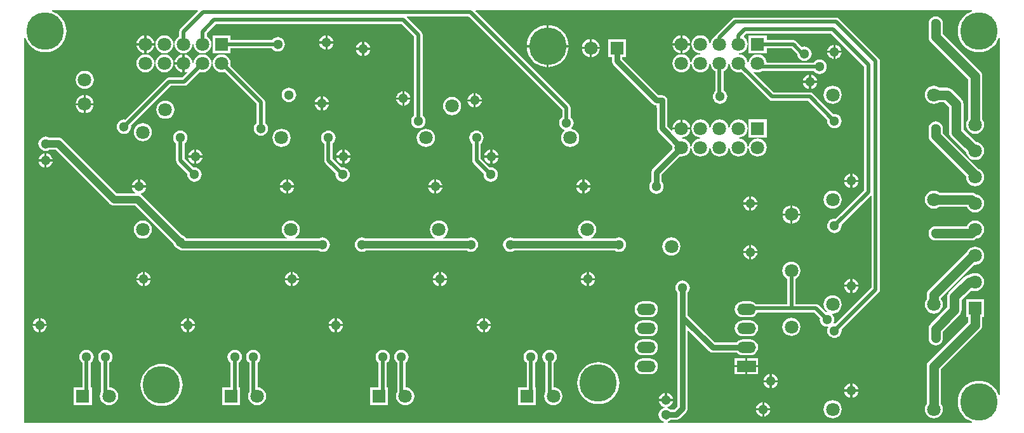
<source format=gbl>
%FSLAX42Y42*%
%MOMM*%
G71*
G01*
G75*
G04 Layer_Physical_Order=2*
G04 Layer_Color=16711680*
%ADD10R,1.35X0.85*%
%ADD11O,2.20X0.60*%
%ADD12R,2.15X3.20*%
%ADD13R,2.15X0.70*%
%ADD14R,1.15X1.85*%
%ADD15R,1.20X1.30*%
%ADD16R,1.50X1.30*%
%ADD17R,1.50X1.15*%
%ADD18R,1.15X1.40*%
%ADD19O,0.60X2.20*%
%ADD20R,0.85X1.35*%
%ADD21R,1.35X1.85*%
%ADD22R,1.85X1.35*%
%ADD23R,1.40X1.15*%
%ADD24R,1.40X1.20*%
%ADD25R,1.10X0.60*%
%ADD26R,1.90X1.50*%
G04:AMPARAMS|DCode=27|XSize=1.9mm|YSize=1.5mm|CornerRadius=0.38mm|HoleSize=0mm|Usage=FLASHONLY|Rotation=0.000|XOffset=0mm|YOffset=0mm|HoleType=Round|Shape=RoundedRectangle|*
%AMROUNDEDRECTD27*
21,1,1.90,0.75,0,0,0.0*
21,1,1.15,1.50,0,0,0.0*
1,1,0.75,0.57,-0.38*
1,1,0.75,-0.57,-0.38*
1,1,0.75,-0.57,0.38*
1,1,0.75,0.57,0.38*
%
%ADD27ROUNDEDRECTD27*%
%ADD28R,1.50X1.75*%
%ADD29C,0.50*%
%ADD30C,0.75*%
%ADD31C,1.00*%
%ADD32C,1.30*%
%ADD33C,0.25*%
%ADD34C,1.80*%
%ADD35R,1.80X1.80*%
%ADD36R,1.80X1.80*%
%ADD37C,5.00*%
%ADD38R,2.50X1.50*%
%ADD39O,2.50X1.50*%
%ADD40C,1.30*%
G36*
X17787Y13242D02*
X17747Y13225D01*
X17710Y13202D01*
X17676Y13174D01*
X17648Y13140D01*
X17625Y13103D01*
X17608Y13062D01*
X17598Y13019D01*
X17594Y12975D01*
X17598Y12931D01*
X17608Y12888D01*
X17625Y12847D01*
X17648Y12810D01*
X17676Y12776D01*
X17710Y12748D01*
X17747Y12725D01*
X17788Y12708D01*
X17831Y12698D01*
X17875Y12694D01*
X17919Y12698D01*
X17962Y12708D01*
X18003Y12725D01*
X18040Y12748D01*
X18074Y12776D01*
X18102Y12810D01*
X18125Y12847D01*
X18142Y12887D01*
X18154Y12885D01*
Y8115D01*
X18142Y8113D01*
X18125Y8153D01*
X18102Y8190D01*
X18074Y8224D01*
X18040Y8252D01*
X18003Y8275D01*
X17962Y8292D01*
X17919Y8302D01*
X17875Y8306D01*
X17831Y8302D01*
X17788Y8292D01*
X17747Y8275D01*
X17710Y8252D01*
X17676Y8224D01*
X17648Y8190D01*
X17625Y8153D01*
X17608Y8112D01*
X17598Y8069D01*
X17594Y8025D01*
X17598Y7981D01*
X17608Y7938D01*
X17625Y7897D01*
X17648Y7860D01*
X17676Y7826D01*
X17710Y7798D01*
X17747Y7775D01*
X17787Y7758D01*
X17785Y7746D01*
X13729D01*
X13727Y7758D01*
X13748Y7767D01*
X13767Y7782D01*
X13837D01*
X13837Y7782D01*
X13855Y7784D01*
X13872Y7791D01*
X13886Y7802D01*
X13973Y7889D01*
X13973Y7889D01*
X13984Y7903D01*
X13991Y7920D01*
X13993Y7937D01*
Y8969D01*
X14005Y8974D01*
X14277Y8702D01*
X14277Y8702D01*
X14281Y8699D01*
X14291Y8691D01*
X14304Y8686D01*
X14307Y8684D01*
X14309Y8684D01*
X14325Y8682D01*
X14325Y8682D01*
X14648D01*
X14650Y8679D01*
X14672Y8662D01*
X14698Y8652D01*
X14725Y8648D01*
X14825D01*
X14852Y8652D01*
X14878Y8662D01*
X14900Y8679D01*
X14917Y8701D01*
X14927Y8727D01*
X14931Y8754D01*
X14927Y8781D01*
X14917Y8807D01*
X14900Y8829D01*
X14878Y8846D01*
X14852Y8856D01*
X14825Y8860D01*
X14725D01*
X14698Y8856D01*
X14672Y8846D01*
X14650Y8829D01*
X14642Y8818D01*
X14353D01*
X13993Y9178D01*
Y9483D01*
X14008Y9502D01*
X14018Y9525D01*
X14021Y9550D01*
X14018Y9575D01*
X14008Y9598D01*
X13993Y9618D01*
X13973Y9633D01*
X13950Y9643D01*
X13925Y9646D01*
X13900Y9643D01*
X13877Y9633D01*
X13857Y9618D01*
X13842Y9598D01*
X13832Y9575D01*
X13829Y9550D01*
X13832Y9525D01*
X13842Y9502D01*
X13857Y9483D01*
Y9150D01*
X13857Y9150D01*
X13857Y9150D01*
Y7966D01*
X13809Y7918D01*
X13767D01*
X13748Y7933D01*
X13725Y7943D01*
X13716Y7944D01*
Y7956D01*
X13725Y7957D01*
X13748Y7967D01*
X13768Y7982D01*
X13783Y8002D01*
X13793Y8025D01*
X13794Y8035D01*
X13606D01*
X13607Y8025D01*
X13617Y8002D01*
X13632Y7982D01*
X13652Y7967D01*
X13675Y7957D01*
X13684Y7956D01*
Y7944D01*
X13675Y7943D01*
X13652Y7933D01*
X13632Y7918D01*
X13617Y7898D01*
X13607Y7875D01*
X13604Y7850D01*
X13607Y7825D01*
X13617Y7802D01*
X13632Y7782D01*
X13652Y7767D01*
X13673Y7758D01*
X13671Y7746D01*
X5146D01*
Y12885D01*
X5158Y12887D01*
X5175Y12847D01*
X5198Y12810D01*
X5226Y12776D01*
X5260Y12748D01*
X5297Y12725D01*
X5338Y12708D01*
X5381Y12698D01*
X5425Y12694D01*
X5469Y12698D01*
X5512Y12708D01*
X5553Y12725D01*
X5590Y12748D01*
X5624Y12776D01*
X5652Y12810D01*
X5675Y12847D01*
X5692Y12888D01*
X5702Y12931D01*
X5706Y12975D01*
X5702Y13019D01*
X5692Y13062D01*
X5675Y13103D01*
X5652Y13140D01*
X5624Y13174D01*
X5590Y13202D01*
X5553Y13225D01*
X5513Y13242D01*
X5515Y13254D01*
X7458D01*
X7463Y13242D01*
X7227Y13007D01*
X7215Y12988D01*
X7211Y12967D01*
Y12907D01*
X7206Y12905D01*
X7181Y12886D01*
X7162Y12861D01*
X7150Y12831D01*
X7146Y12803D01*
X7134D01*
X7130Y12831D01*
X7118Y12861D01*
X7099Y12886D01*
X7074Y12905D01*
X7044Y12917D01*
X7013Y12921D01*
X6982Y12917D01*
X6952Y12905D01*
X6927Y12886D01*
X6908Y12861D01*
X6896Y12831D01*
X6892Y12803D01*
X6892D01*
X6892Y12800D01*
X6892Y12797D01*
X6892D01*
X6896Y12769D01*
X6908Y12739D01*
X6927Y12714D01*
X6952Y12695D01*
X6982Y12683D01*
X7010Y12679D01*
Y12667D01*
X6982Y12663D01*
X6952Y12651D01*
X6927Y12632D01*
X6908Y12607D01*
X6896Y12577D01*
X6892Y12549D01*
X6880D01*
X6876Y12577D01*
X6864Y12607D01*
X6845Y12632D01*
X6820Y12651D01*
X6790Y12663D01*
X6762Y12667D01*
Y12667D01*
X6759Y12667D01*
X6756Y12667D01*
Y12667D01*
X6728Y12663D01*
X6698Y12651D01*
X6673Y12632D01*
X6654Y12607D01*
X6642Y12577D01*
X6638Y12546D01*
X6642Y12515D01*
X6654Y12485D01*
X6673Y12460D01*
X6698Y12441D01*
X6728Y12429D01*
X6759Y12425D01*
X6790Y12429D01*
X6820Y12441D01*
X6845Y12460D01*
X6864Y12485D01*
X6876Y12515D01*
X6880Y12543D01*
X6892D01*
X6896Y12515D01*
X6908Y12485D01*
X6927Y12460D01*
X6952Y12441D01*
X6982Y12429D01*
X7013Y12425D01*
X7044Y12429D01*
X7074Y12441D01*
X7099Y12460D01*
X7118Y12485D01*
X7130Y12515D01*
X7134Y12543D01*
X7134D01*
X7134Y12546D01*
X7134Y12549D01*
X7134D01*
X7130Y12577D01*
X7118Y12607D01*
X7099Y12632D01*
X7074Y12651D01*
X7044Y12663D01*
X7016Y12667D01*
Y12679D01*
X7044Y12683D01*
X7074Y12695D01*
X7099Y12714D01*
X7118Y12739D01*
X7130Y12769D01*
X7134Y12797D01*
X7146D01*
X7150Y12769D01*
X7162Y12739D01*
X7181Y12714D01*
X7206Y12695D01*
X7236Y12683D01*
X7264Y12679D01*
Y12679D01*
X7267Y12679D01*
X7270Y12679D01*
Y12679D01*
X7298Y12683D01*
X7328Y12695D01*
X7353Y12714D01*
X7372Y12739D01*
X7384Y12769D01*
X7388Y12797D01*
X7400D01*
X7404Y12769D01*
X7416Y12739D01*
X7435Y12714D01*
X7460Y12695D01*
X7490Y12683D01*
X7518Y12679D01*
Y12667D01*
X7490Y12663D01*
X7460Y12651D01*
X7435Y12632D01*
X7416Y12607D01*
X7404Y12577D01*
X7400Y12549D01*
X7388D01*
X7384Y12577D01*
X7372Y12607D01*
X7353Y12632D01*
X7328Y12651D01*
X7298Y12663D01*
X7282Y12665D01*
Y12546D01*
Y12427D01*
X7298Y12429D01*
X7313Y12435D01*
X7320Y12425D01*
X7252Y12356D01*
X7075D01*
X7054Y12352D01*
X7035Y12340D01*
X6490Y11794D01*
X6475Y11796D01*
X6450Y11793D01*
X6427Y11783D01*
X6407Y11768D01*
X6392Y11748D01*
X6382Y11725D01*
X6379Y11700D01*
X6382Y11675D01*
X6392Y11652D01*
X6407Y11632D01*
X6427Y11617D01*
X6450Y11607D01*
X6475Y11604D01*
X6500Y11607D01*
X6523Y11617D01*
X6543Y11632D01*
X6558Y11652D01*
X6568Y11675D01*
X6571Y11700D01*
X6569Y11715D01*
X7098Y12244D01*
X7275D01*
X7296Y12248D01*
X7315Y12260D01*
X7315Y12260D01*
X7315Y12260D01*
X7485Y12431D01*
X7490Y12429D01*
X7521Y12425D01*
X7552Y12429D01*
X7582Y12441D01*
X7607Y12460D01*
X7626Y12485D01*
X7638Y12515D01*
X7642Y12543D01*
X7654D01*
X7658Y12515D01*
X7670Y12485D01*
X7689Y12460D01*
X7714Y12441D01*
X7744Y12429D01*
X7775Y12425D01*
X7806Y12429D01*
X7814Y12432D01*
X8244Y12002D01*
Y11752D01*
X8232Y11743D01*
X8217Y11723D01*
X8207Y11700D01*
X8204Y11675D01*
X8207Y11650D01*
X8217Y11627D01*
X8232Y11607D01*
X8252Y11592D01*
X8275Y11582D01*
X8300Y11579D01*
X8325Y11582D01*
X8348Y11592D01*
X8368Y11607D01*
X8383Y11627D01*
X8393Y11650D01*
X8396Y11675D01*
X8393Y11700D01*
X8383Y11723D01*
X8368Y11743D01*
X8356Y11752D01*
Y12025D01*
X8352Y12046D01*
X8340Y12065D01*
X7891Y12513D01*
X7892Y12515D01*
X7896Y12546D01*
X7892Y12577D01*
X7880Y12607D01*
X7861Y12632D01*
X7836Y12651D01*
X7806Y12663D01*
X7775Y12667D01*
X7744Y12663D01*
X7714Y12651D01*
X7689Y12632D01*
X7670Y12607D01*
X7658Y12577D01*
X7654Y12549D01*
X7642D01*
X7638Y12577D01*
X7626Y12607D01*
X7607Y12632D01*
X7582Y12651D01*
X7552Y12663D01*
X7524Y12667D01*
Y12679D01*
X7552Y12683D01*
X7582Y12695D01*
X7607Y12714D01*
X7626Y12739D01*
X7638Y12769D01*
X7642Y12800D01*
X7638Y12831D01*
X7626Y12861D01*
X7607Y12886D01*
X7582Y12905D01*
X7577Y12907D01*
Y12948D01*
X7698Y13069D01*
X10177D01*
X10344Y12902D01*
Y11852D01*
X10332Y11843D01*
X10317Y11823D01*
X10307Y11800D01*
X10304Y11775D01*
X10307Y11750D01*
X10317Y11727D01*
X10332Y11707D01*
X10352Y11692D01*
X10375Y11682D01*
X10400Y11679D01*
X10425Y11682D01*
X10448Y11692D01*
X10468Y11707D01*
X10483Y11727D01*
X10493Y11750D01*
X10496Y11775D01*
X10493Y11800D01*
X10483Y11823D01*
X10468Y11843D01*
X10456Y11852D01*
Y12925D01*
X10452Y12946D01*
X10440Y12965D01*
X10242Y13162D01*
X10247Y13174D01*
X11072D01*
X12319Y11927D01*
Y11827D01*
X12307Y11818D01*
X12292Y11798D01*
X12282Y11775D01*
X12279Y11750D01*
X12282Y11725D01*
X12292Y11702D01*
X12307Y11682D01*
X12327Y11667D01*
X12350Y11658D01*
X12350Y11657D01*
X12348Y11642D01*
X12339Y11636D01*
X12320Y11611D01*
X12308Y11581D01*
X12304Y11550D01*
X12308Y11519D01*
X12320Y11489D01*
X12339Y11464D01*
X12364Y11445D01*
X12394Y11433D01*
X12425Y11429D01*
X12456Y11433D01*
X12486Y11445D01*
X12511Y11464D01*
X12530Y11489D01*
X12542Y11519D01*
X12546Y11550D01*
X12542Y11581D01*
X12530Y11611D01*
X12511Y11636D01*
X12486Y11655D01*
X12456Y11667D01*
X12444Y11669D01*
X12441Y11681D01*
X12443Y11682D01*
X12458Y11702D01*
X12468Y11725D01*
X12471Y11750D01*
X12468Y11775D01*
X12458Y11798D01*
X12443Y11818D01*
X12431Y11827D01*
Y11950D01*
X12427Y11971D01*
X12415Y11990D01*
X11162Y13242D01*
X11167Y13254D01*
X17785D01*
X17787Y13242D01*
D02*
G37*
%LPC*%
G36*
X16190Y9669D02*
Y9590D01*
X16269D01*
X16268Y9600D01*
X16258Y9623D01*
X16243Y9643D01*
X16223Y9658D01*
X16200Y9668D01*
X16190Y9669D01*
D02*
G37*
G36*
X6722Y9756D02*
X6713Y9755D01*
X6690Y9745D01*
X6670Y9730D01*
X6655Y9710D01*
X6645Y9687D01*
X6644Y9678D01*
X6722D01*
Y9756D01*
D02*
G37*
G36*
X6753D02*
Y9678D01*
X6831D01*
X6830Y9687D01*
X6820Y9710D01*
X6805Y9730D01*
X6785Y9745D01*
X6762Y9755D01*
X6753Y9756D01*
D02*
G37*
G36*
X12647Y9647D02*
X12569D01*
X12570Y9638D01*
X12580Y9615D01*
X12595Y9595D01*
X12615Y9580D01*
X12638Y9570D01*
X12647Y9569D01*
Y9647D01*
D02*
G37*
G36*
X12756D02*
X12677D01*
Y9569D01*
X12687Y9570D01*
X12710Y9580D01*
X12730Y9595D01*
X12745Y9615D01*
X12755Y9638D01*
X12756Y9647D01*
D02*
G37*
G36*
X16160Y9669D02*
X16150Y9668D01*
X16127Y9658D01*
X16107Y9643D01*
X16092Y9623D01*
X16082Y9600D01*
X16081Y9590D01*
X16160D01*
Y9669D01*
D02*
G37*
G36*
X10703Y9756D02*
Y9678D01*
X10781D01*
X10780Y9687D01*
X10770Y9710D01*
X10755Y9730D01*
X10735Y9745D01*
X10712Y9755D01*
X10703Y9756D01*
D02*
G37*
G36*
X12647D02*
X12638Y9755D01*
X12615Y9745D01*
X12595Y9730D01*
X12580Y9710D01*
X12570Y9687D01*
X12569Y9678D01*
X12647D01*
Y9756D01*
D02*
G37*
G36*
X12677D02*
Y9678D01*
X12756D01*
X12755Y9687D01*
X12745Y9710D01*
X12730Y9730D01*
X12710Y9745D01*
X12687Y9755D01*
X12677Y9756D01*
D02*
G37*
G36*
X8697D02*
X8688Y9755D01*
X8665Y9745D01*
X8645Y9730D01*
X8630Y9710D01*
X8620Y9687D01*
X8619Y9678D01*
X8697D01*
Y9756D01*
D02*
G37*
G36*
X8728D02*
Y9678D01*
X8806D01*
X8805Y9687D01*
X8795Y9710D01*
X8780Y9730D01*
X8760Y9745D01*
X8737Y9755D01*
X8728Y9756D01*
D02*
G37*
G36*
X10672D02*
X10663Y9755D01*
X10640Y9745D01*
X10620Y9730D01*
X10605Y9710D01*
X10595Y9687D01*
X10594Y9678D01*
X10672D01*
Y9756D01*
D02*
G37*
G36*
X16269Y9560D02*
X16190D01*
Y9481D01*
X16200Y9482D01*
X16223Y9492D01*
X16243Y9507D01*
X16258Y9527D01*
X16268Y9550D01*
X16269Y9560D01*
D02*
G37*
G36*
X17825Y9746D02*
X17794Y9742D01*
X17764Y9730D01*
X17753Y9721D01*
X17750D01*
X17725Y9718D01*
X17702Y9708D01*
X17682Y9693D01*
X17482Y9493D01*
X17467Y9473D01*
X17457Y9450D01*
X17454Y9425D01*
Y9290D01*
X17232Y9068D01*
X17217Y9048D01*
X17207Y9025D01*
X17204Y9000D01*
Y8875D01*
X17207Y8850D01*
X17217Y8827D01*
X17232Y8807D01*
X17252Y8792D01*
X17275Y8782D01*
X17300Y8779D01*
X17325Y8782D01*
X17348Y8792D01*
X17368Y8807D01*
X17383Y8827D01*
X17393Y8850D01*
X17396Y8875D01*
X17396Y8875D01*
X17396Y8875D01*
Y8875D01*
Y8960D01*
X17618Y9182D01*
X17633Y9202D01*
X17643Y9225D01*
X17646Y9250D01*
X17646Y9250D01*
X17646Y9250D01*
Y9250D01*
Y9385D01*
X17776Y9515D01*
X17794Y9508D01*
X17825Y9504D01*
X17856Y9508D01*
X17886Y9520D01*
X17911Y9539D01*
X17930Y9564D01*
X17942Y9594D01*
X17946Y9625D01*
X17942Y9656D01*
X17930Y9686D01*
X17911Y9711D01*
X17886Y9730D01*
X17856Y9742D01*
X17825Y9746D01*
D02*
G37*
G36*
X6722Y9647D02*
X6644D01*
X6645Y9638D01*
X6655Y9615D01*
X6670Y9595D01*
X6690Y9580D01*
X6713Y9570D01*
X6722Y9569D01*
Y9647D01*
D02*
G37*
G36*
X13490Y9368D02*
X13390D01*
X13363Y9364D01*
X13337Y9354D01*
X13315Y9337D01*
X13298Y9315D01*
X13288Y9289D01*
X13284Y9262D01*
X13288Y9235D01*
X13298Y9209D01*
X13315Y9187D01*
X13337Y9170D01*
X13363Y9160D01*
X13390Y9156D01*
X13490D01*
X13517Y9160D01*
X13543Y9170D01*
X13565Y9187D01*
X13582Y9209D01*
X13592Y9235D01*
X13596Y9262D01*
X13592Y9289D01*
X13582Y9315D01*
X13565Y9337D01*
X13543Y9354D01*
X13517Y9364D01*
X13490Y9368D01*
D02*
G37*
G36*
X15975Y13156D02*
X14625D01*
X14604Y13152D01*
X14585Y13140D01*
X14377Y12932D01*
X14365Y12913D01*
X14364Y12908D01*
X14356Y12905D01*
X14331Y12886D01*
X14312Y12861D01*
X14300Y12831D01*
X14296Y12803D01*
X14284D01*
X14280Y12831D01*
X14268Y12861D01*
X14249Y12886D01*
X14224Y12905D01*
X14194Y12917D01*
X14163Y12921D01*
X14132Y12917D01*
X14102Y12905D01*
X14077Y12886D01*
X14058Y12861D01*
X14046Y12831D01*
X14042Y12803D01*
X14042D01*
X14042Y12800D01*
X14042Y12797D01*
X14042D01*
X14046Y12769D01*
X14058Y12739D01*
X14077Y12714D01*
X14102Y12695D01*
X14132Y12683D01*
X14160Y12679D01*
Y12667D01*
X14132Y12663D01*
X14102Y12651D01*
X14077Y12632D01*
X14058Y12607D01*
X14046Y12577D01*
X14042Y12549D01*
X14030D01*
X14026Y12577D01*
X14014Y12607D01*
X13995Y12632D01*
X13970Y12651D01*
X13940Y12663D01*
X13912Y12667D01*
Y12667D01*
X13909Y12667D01*
X13906Y12667D01*
Y12667D01*
X13878Y12663D01*
X13848Y12651D01*
X13823Y12632D01*
X13804Y12607D01*
X13792Y12577D01*
X13788Y12546D01*
X13792Y12515D01*
X13804Y12485D01*
X13823Y12460D01*
X13848Y12441D01*
X13878Y12429D01*
X13909Y12425D01*
X13940Y12429D01*
X13970Y12441D01*
X13995Y12460D01*
X14014Y12485D01*
X14026Y12515D01*
X14030Y12543D01*
X14042D01*
X14046Y12515D01*
X14058Y12485D01*
X14077Y12460D01*
X14102Y12441D01*
X14132Y12429D01*
X14163Y12425D01*
X14194Y12429D01*
X14224Y12441D01*
X14249Y12460D01*
X14268Y12485D01*
X14280Y12515D01*
X14284Y12543D01*
X14296D01*
X14300Y12515D01*
X14312Y12485D01*
X14331Y12460D01*
X14356Y12441D01*
X14361Y12439D01*
Y12171D01*
X14357Y12168D01*
X14342Y12148D01*
X14332Y12125D01*
X14329Y12100D01*
X14332Y12075D01*
X14342Y12052D01*
X14357Y12032D01*
X14377Y12017D01*
X14400Y12007D01*
X14425Y12004D01*
X14450Y12007D01*
X14473Y12017D01*
X14493Y12032D01*
X14508Y12052D01*
X14518Y12075D01*
X14521Y12100D01*
X14518Y12125D01*
X14508Y12148D01*
X14493Y12168D01*
X14473Y12183D01*
Y12439D01*
X14478Y12441D01*
X14503Y12460D01*
X14522Y12485D01*
X14534Y12515D01*
X14538Y12543D01*
X14550D01*
X14554Y12515D01*
X14566Y12485D01*
X14585Y12460D01*
X14610Y12441D01*
X14640Y12429D01*
X14671Y12425D01*
X14702Y12429D01*
X14707Y12431D01*
X15077Y12060D01*
X15077D01*
X15077Y12060D01*
X15077Y12060D01*
Y12060D01*
X15096Y12048D01*
X15117Y12044D01*
X15602D01*
X15856Y11790D01*
X15854Y11775D01*
X15857Y11750D01*
X15867Y11727D01*
X15882Y11707D01*
X15902Y11692D01*
X15925Y11682D01*
X15950Y11679D01*
X15975Y11682D01*
X15998Y11692D01*
X16018Y11707D01*
X16033Y11727D01*
X16043Y11750D01*
X16046Y11775D01*
X16043Y11800D01*
X16033Y11823D01*
X16018Y11843D01*
X15998Y11858D01*
X15975Y11868D01*
X15950Y11871D01*
X15935Y11869D01*
X15665Y12140D01*
X15646Y12152D01*
X15625Y12156D01*
X15140D01*
X14872Y12425D01*
X14879Y12435D01*
X14894Y12429D01*
X14925Y12425D01*
X14956Y12429D01*
X14986Y12441D01*
X14989Y12444D01*
X15673D01*
X15682Y12432D01*
X15702Y12417D01*
X15725Y12407D01*
X15750Y12404D01*
X15775Y12407D01*
X15798Y12417D01*
X15818Y12432D01*
X15833Y12452D01*
X15843Y12475D01*
X15846Y12500D01*
X15843Y12525D01*
X15833Y12548D01*
X15818Y12568D01*
X15798Y12583D01*
X15775Y12593D01*
X15750Y12596D01*
X15725Y12593D01*
X15702Y12583D01*
X15682Y12568D01*
X15673Y12556D01*
X15045D01*
X15042Y12577D01*
X15030Y12607D01*
X15011Y12632D01*
X14986Y12651D01*
X14956Y12663D01*
X14925Y12667D01*
X14894Y12663D01*
X14864Y12651D01*
X14839Y12632D01*
X14820Y12607D01*
X14808Y12577D01*
X14804Y12549D01*
X14792D01*
X14788Y12577D01*
X14776Y12607D01*
X14757Y12632D01*
X14732Y12651D01*
X14702Y12663D01*
X14674Y12667D01*
Y12679D01*
X14702Y12683D01*
X14732Y12695D01*
X14757Y12714D01*
X14776Y12739D01*
X14788Y12769D01*
X14792Y12800D01*
X14788Y12831D01*
X14776Y12861D01*
X14757Y12886D01*
X14741Y12898D01*
X14740Y12910D01*
X14773Y12944D01*
X15902D01*
X16344Y12502D01*
Y10848D01*
X15965Y10469D01*
X15950Y10471D01*
X15925Y10468D01*
X15902Y10458D01*
X15882Y10443D01*
X15867Y10423D01*
X15857Y10400D01*
X15854Y10375D01*
X15857Y10350D01*
X15867Y10327D01*
X15882Y10307D01*
X15902Y10292D01*
X15925Y10282D01*
X15950Y10279D01*
X15975Y10282D01*
X15998Y10292D01*
X16018Y10307D01*
X16033Y10327D01*
X16043Y10350D01*
X16046Y10375D01*
X16044Y10390D01*
X16432Y10778D01*
X16444Y10773D01*
Y9548D01*
X15965Y9069D01*
X15950Y9071D01*
X15942Y9070D01*
X15934Y9080D01*
X15943Y9100D01*
X15946Y9125D01*
X15943Y9150D01*
X15933Y9173D01*
X15918Y9193D01*
X15923Y9204D01*
X15925Y9204D01*
X15956Y9208D01*
X15986Y9220D01*
X16011Y9239D01*
X16030Y9264D01*
X16042Y9294D01*
X16046Y9325D01*
X16042Y9356D01*
X16030Y9386D01*
X16011Y9411D01*
X15986Y9430D01*
X15956Y9442D01*
X15925Y9446D01*
X15894Y9442D01*
X15864Y9430D01*
X15839Y9411D01*
X15820Y9386D01*
X15808Y9356D01*
X15804Y9325D01*
X15808Y9294D01*
X15820Y9264D01*
X15839Y9239D01*
X15849Y9232D01*
X15846Y9224D01*
X15834Y9220D01*
X15740Y9315D01*
X15721Y9327D01*
X15700Y9331D01*
X15431D01*
Y9668D01*
X15436Y9670D01*
X15461Y9689D01*
X15480Y9714D01*
X15492Y9744D01*
X15496Y9775D01*
X15492Y9806D01*
X15480Y9836D01*
X15461Y9861D01*
X15436Y9880D01*
X15406Y9892D01*
X15375Y9896D01*
X15344Y9892D01*
X15314Y9880D01*
X15289Y9861D01*
X15270Y9836D01*
X15258Y9806D01*
X15254Y9775D01*
X15258Y9744D01*
X15270Y9714D01*
X15289Y9689D01*
X15314Y9670D01*
X15319Y9668D01*
Y9331D01*
X14904D01*
X14900Y9337D01*
X14878Y9354D01*
X14852Y9364D01*
X14825Y9368D01*
X14725D01*
X14698Y9364D01*
X14672Y9354D01*
X14650Y9337D01*
X14633Y9315D01*
X14623Y9289D01*
X14619Y9262D01*
X14623Y9235D01*
X14633Y9209D01*
X14650Y9187D01*
X14672Y9170D01*
X14698Y9160D01*
X14725Y9156D01*
X14825D01*
X14852Y9160D01*
X14878Y9170D01*
X14900Y9187D01*
X14917Y9209D01*
X14921Y9219D01*
X15677D01*
X15756Y9140D01*
X15754Y9125D01*
X15757Y9100D01*
X15767Y9077D01*
X15782Y9057D01*
X15802Y9042D01*
X15825Y9032D01*
X15850Y9029D01*
X15858Y9030D01*
X15866Y9020D01*
X15857Y9000D01*
X15854Y8975D01*
X15857Y8950D01*
X15867Y8927D01*
X15882Y8907D01*
X15902Y8892D01*
X15925Y8882D01*
X15950Y8879D01*
X15975Y8882D01*
X15998Y8892D01*
X16018Y8907D01*
X16033Y8927D01*
X16043Y8950D01*
X16046Y8975D01*
X16044Y8990D01*
X16540Y9485D01*
X16540Y9485D01*
X16540Y9485D01*
X16552Y9504D01*
X16556Y9525D01*
Y12575D01*
X16552Y12596D01*
X16540Y12615D01*
X16015Y13140D01*
X15996Y13152D01*
X15975Y13156D01*
D02*
G37*
G36*
X16160Y9560D02*
X16081D01*
X16082Y9550D01*
X16092Y9527D01*
X16107Y9507D01*
X16127Y9492D01*
X16150Y9482D01*
X16160Y9481D01*
Y9560D01*
D02*
G37*
G36*
X10672Y9647D02*
X10594D01*
X10595Y9638D01*
X10605Y9615D01*
X10620Y9595D01*
X10640Y9580D01*
X10663Y9570D01*
X10672Y9569D01*
Y9647D01*
D02*
G37*
G36*
X10781D02*
X10703D01*
Y9569D01*
X10712Y9570D01*
X10735Y9580D01*
X10755Y9595D01*
X10770Y9615D01*
X10780Y9638D01*
X10781Y9647D01*
D02*
G37*
G36*
X11290Y9144D02*
Y9065D01*
X11369D01*
X11368Y9075D01*
X11358Y9098D01*
X11343Y9118D01*
X11323Y9133D01*
X11300Y9143D01*
X11290Y9144D01*
D02*
G37*
G36*
X6831Y9647D02*
X6753D01*
Y9569D01*
X6762Y9570D01*
X6785Y9580D01*
X6805Y9595D01*
X6820Y9615D01*
X6830Y9638D01*
X6831Y9647D01*
D02*
G37*
G36*
X8697D02*
X8619D01*
X8620Y9638D01*
X8630Y9615D01*
X8645Y9595D01*
X8665Y9580D01*
X8688Y9570D01*
X8697Y9569D01*
Y9647D01*
D02*
G37*
G36*
X8806D02*
X8728D01*
Y9569D01*
X8737Y9570D01*
X8760Y9580D01*
X8780Y9595D01*
X8795Y9615D01*
X8805Y9638D01*
X8806Y9647D01*
D02*
G37*
G36*
X14810Y10660D02*
X14731D01*
X14732Y10650D01*
X14742Y10627D01*
X14757Y10607D01*
X14777Y10592D01*
X14800Y10582D01*
X14810Y10581D01*
Y10660D01*
D02*
G37*
G36*
X14919D02*
X14840D01*
Y10581D01*
X14850Y10582D01*
X14873Y10592D01*
X14893Y10607D01*
X14908Y10627D01*
X14918Y10650D01*
X14919Y10660D01*
D02*
G37*
G36*
X15925Y10846D02*
X15894Y10842D01*
X15864Y10830D01*
X15839Y10811D01*
X15820Y10786D01*
X15808Y10756D01*
X15804Y10725D01*
X15808Y10694D01*
X15820Y10664D01*
X15839Y10639D01*
X15864Y10620D01*
X15894Y10608D01*
X15925Y10604D01*
X15956Y10608D01*
X15986Y10620D01*
X16011Y10639D01*
X16030Y10664D01*
X16042Y10694D01*
X16046Y10725D01*
X16042Y10756D01*
X16030Y10786D01*
X16011Y10811D01*
X15986Y10830D01*
X15956Y10842D01*
X15925Y10846D01*
D02*
G37*
G36*
X15360Y10644D02*
X15344Y10642D01*
X15314Y10630D01*
X15289Y10611D01*
X15270Y10586D01*
X15258Y10556D01*
X15256Y10540D01*
X15360D01*
Y10644D01*
D02*
G37*
G36*
X15390D02*
Y10540D01*
X15494D01*
X15492Y10556D01*
X15480Y10586D01*
X15461Y10611D01*
X15436Y10630D01*
X15406Y10642D01*
X15390Y10644D01*
D02*
G37*
G36*
X17275Y10846D02*
X17244Y10842D01*
X17214Y10830D01*
X17189Y10811D01*
X17170Y10786D01*
X17158Y10756D01*
X17154Y10725D01*
X17158Y10694D01*
X17170Y10664D01*
X17189Y10639D01*
X17214Y10620D01*
X17244Y10608D01*
X17275Y10604D01*
X17306Y10608D01*
X17336Y10620D01*
X17347Y10629D01*
X17714D01*
X17720Y10614D01*
X17739Y10589D01*
X17764Y10570D01*
X17794Y10558D01*
X17825Y10554D01*
X17856Y10558D01*
X17886Y10570D01*
X17911Y10589D01*
X17930Y10614D01*
X17942Y10644D01*
X17946Y10675D01*
X17942Y10706D01*
X17930Y10736D01*
X17911Y10761D01*
X17886Y10780D01*
X17856Y10792D01*
X17841Y10794D01*
X17823Y10808D01*
X17800Y10818D01*
X17775Y10821D01*
X17347D01*
X17336Y10830D01*
X17306Y10842D01*
X17275Y10846D01*
D02*
G37*
G36*
X8744Y10885D02*
X8665D01*
Y10806D01*
X8675Y10807D01*
X8698Y10817D01*
X8718Y10832D01*
X8733Y10852D01*
X8743Y10875D01*
X8744Y10885D01*
D02*
G37*
G36*
X10610D02*
X10531D01*
X10532Y10875D01*
X10542Y10852D01*
X10557Y10832D01*
X10577Y10817D01*
X10600Y10807D01*
X10610Y10806D01*
Y10885D01*
D02*
G37*
G36*
X10719D02*
X10640D01*
Y10806D01*
X10650Y10807D01*
X10673Y10817D01*
X10693Y10832D01*
X10708Y10852D01*
X10718Y10875D01*
X10719Y10885D01*
D02*
G37*
G36*
X14810Y10769D02*
X14800Y10768D01*
X14777Y10758D01*
X14757Y10743D01*
X14742Y10723D01*
X14732Y10700D01*
X14731Y10690D01*
X14810D01*
Y10769D01*
D02*
G37*
G36*
X14840D02*
Y10690D01*
X14919D01*
X14918Y10700D01*
X14908Y10723D01*
X14893Y10743D01*
X14873Y10758D01*
X14850Y10768D01*
X14840Y10769D01*
D02*
G37*
G36*
X8635Y10885D02*
X8556D01*
X8557Y10875D01*
X8567Y10852D01*
X8582Y10832D01*
X8602Y10817D01*
X8625Y10807D01*
X8635Y10806D01*
Y10885D01*
D02*
G37*
G36*
X15494Y10510D02*
X15390D01*
Y10406D01*
X15406Y10408D01*
X15436Y10420D01*
X15461Y10439D01*
X15480Y10464D01*
X15492Y10494D01*
X15494Y10510D01*
D02*
G37*
G36*
X13775Y10221D02*
X13744Y10217D01*
X13714Y10205D01*
X13689Y10186D01*
X13670Y10161D01*
X13658Y10131D01*
X13654Y10100D01*
X13658Y10069D01*
X13670Y10039D01*
X13689Y10014D01*
X13714Y9995D01*
X13744Y9983D01*
X13775Y9979D01*
X13806Y9983D01*
X13836Y9995D01*
X13861Y10014D01*
X13880Y10039D01*
X13892Y10069D01*
X13896Y10100D01*
X13892Y10131D01*
X13880Y10161D01*
X13861Y10186D01*
X13836Y10205D01*
X13806Y10217D01*
X13775Y10221D01*
D02*
G37*
G36*
X5428Y11568D02*
X5403Y11565D01*
X5380Y11555D01*
X5360Y11540D01*
X5345Y11520D01*
X5335Y11497D01*
X5332Y11472D01*
X5335Y11448D01*
X5345Y11425D01*
X5360Y11405D01*
X5380Y11390D01*
X5403Y11380D01*
X5428Y11377D01*
X5452Y11380D01*
X5475Y11390D01*
X5478Y11392D01*
X5564D01*
X6288Y10668D01*
D01*
X6288D01*
Y10668D01*
D01*
X6288D01*
Y10668D01*
X6288D01*
X6288Y10668D01*
Y10668D01*
X6288Y10668D01*
Y10668D01*
X6305Y10655D01*
X6324Y10647D01*
X6345Y10644D01*
X6627D01*
X7132Y10139D01*
X7132Y10135D01*
X7142Y10112D01*
X7157Y10092D01*
X7177Y10077D01*
X7200Y10067D01*
X7204Y10067D01*
X7220Y10055D01*
X7239Y10047D01*
X7260Y10044D01*
X9074D01*
X9077Y10042D01*
X9100Y10032D01*
X9125Y10029D01*
X9150Y10032D01*
X9173Y10042D01*
X9193Y10057D01*
X9208Y10077D01*
X9218Y10100D01*
X9221Y10125D01*
X9218Y10150D01*
X9208Y10173D01*
X9193Y10193D01*
X9173Y10208D01*
X9150Y10218D01*
X9125Y10221D01*
X9100Y10218D01*
X9077Y10208D01*
X9074Y10206D01*
X8758D01*
X8756Y10218D01*
X8761Y10220D01*
X8786Y10239D01*
X8805Y10264D01*
X8817Y10294D01*
X8821Y10325D01*
X8817Y10356D01*
X8805Y10386D01*
X8786Y10411D01*
X8761Y10430D01*
X8731Y10442D01*
X8700Y10446D01*
X8669Y10442D01*
X8639Y10430D01*
X8614Y10411D01*
X8595Y10386D01*
X8583Y10356D01*
X8579Y10325D01*
X8583Y10294D01*
X8595Y10264D01*
X8614Y10239D01*
X8639Y10220D01*
X8644Y10218D01*
X8642Y10206D01*
X7309D01*
X7308Y10208D01*
X7293Y10228D01*
X7273Y10243D01*
X7250Y10253D01*
X7246Y10253D01*
X6717Y10782D01*
X6700Y10795D01*
X6700Y10795D01*
Y10808D01*
X6723Y10817D01*
X6743Y10832D01*
X6758Y10852D01*
X6768Y10875D01*
X6769Y10885D01*
X6581D01*
X6582Y10875D01*
X6592Y10852D01*
X6607Y10832D01*
X6626Y10818D01*
X6622Y10806D01*
X6378D01*
X5655Y11530D01*
X5638Y11542D01*
X5618Y11550D01*
X5597Y11553D01*
X5478D01*
X5475Y11555D01*
X5452Y11565D01*
X5428Y11568D01*
D02*
G37*
G36*
X14810Y10119D02*
X14800Y10118D01*
X14777Y10108D01*
X14757Y10093D01*
X14742Y10073D01*
X14732Y10050D01*
X14731Y10040D01*
X14810D01*
Y10119D01*
D02*
G37*
G36*
X17825Y10096D02*
X17794Y10092D01*
X17764Y10080D01*
X17739Y10061D01*
X17720Y10036D01*
X17717Y10027D01*
X17207Y9518D01*
X17192Y9498D01*
X17182Y9475D01*
X17179Y9450D01*
Y9397D01*
X17170Y9386D01*
X17158Y9356D01*
X17154Y9325D01*
X17158Y9294D01*
X17170Y9264D01*
X17189Y9239D01*
X17214Y9220D01*
X17244Y9208D01*
X17275Y9204D01*
X17306Y9208D01*
X17336Y9220D01*
X17361Y9239D01*
X17380Y9264D01*
X17392Y9294D01*
X17396Y9325D01*
X17392Y9356D01*
X17380Y9386D01*
X17371Y9397D01*
Y9410D01*
X17816Y9855D01*
X17825Y9854D01*
X17856Y9858D01*
X17886Y9870D01*
X17911Y9889D01*
X17930Y9914D01*
X17942Y9944D01*
X17946Y9975D01*
X17942Y10006D01*
X17930Y10036D01*
X17911Y10061D01*
X17886Y10080D01*
X17856Y10092D01*
X17825Y10096D01*
D02*
G37*
G36*
X14810Y10010D02*
X14731D01*
X14732Y10000D01*
X14742Y9977D01*
X14757Y9957D01*
X14777Y9942D01*
X14800Y9932D01*
X14810Y9931D01*
Y10010D01*
D02*
G37*
G36*
X14919D02*
X14840D01*
Y9931D01*
X14850Y9932D01*
X14873Y9942D01*
X14893Y9957D01*
X14908Y9977D01*
X14918Y10000D01*
X14919Y10010D01*
D02*
G37*
G36*
X10675Y10446D02*
X10644Y10442D01*
X10614Y10430D01*
X10589Y10411D01*
X10570Y10386D01*
X10558Y10356D01*
X10554Y10325D01*
X10558Y10294D01*
X10570Y10264D01*
X10589Y10239D01*
X10614Y10220D01*
X10619Y10218D01*
X10617Y10206D01*
X9701D01*
X9698Y10208D01*
X9675Y10218D01*
X9650Y10221D01*
X9625Y10218D01*
X9602Y10208D01*
X9582Y10193D01*
X9567Y10173D01*
X9557Y10150D01*
X9554Y10125D01*
X9557Y10100D01*
X9567Y10077D01*
X9582Y10057D01*
X9602Y10042D01*
X9625Y10032D01*
X9650Y10029D01*
X9675Y10032D01*
X9698Y10042D01*
X9701Y10044D01*
X11049D01*
X11052Y10042D01*
X11075Y10032D01*
X11100Y10029D01*
X11125Y10032D01*
X11148Y10042D01*
X11168Y10057D01*
X11183Y10077D01*
X11193Y10100D01*
X11196Y10125D01*
X11193Y10150D01*
X11183Y10173D01*
X11168Y10193D01*
X11148Y10208D01*
X11125Y10218D01*
X11100Y10221D01*
X11075Y10218D01*
X11052Y10208D01*
X11049Y10206D01*
X10733D01*
X10731Y10218D01*
X10736Y10220D01*
X10761Y10239D01*
X10780Y10264D01*
X10792Y10294D01*
X10796Y10325D01*
X10792Y10356D01*
X10780Y10386D01*
X10761Y10411D01*
X10736Y10430D01*
X10706Y10442D01*
X10675Y10446D01*
D02*
G37*
G36*
X12650D02*
X12619Y10442D01*
X12589Y10430D01*
X12564Y10411D01*
X12545Y10386D01*
X12533Y10356D01*
X12529Y10325D01*
X12533Y10294D01*
X12545Y10264D01*
X12564Y10239D01*
X12589Y10220D01*
X12594Y10218D01*
X12592Y10206D01*
X11676D01*
X11673Y10208D01*
X11650Y10218D01*
X11625Y10221D01*
X11600Y10218D01*
X11577Y10208D01*
X11557Y10193D01*
X11542Y10173D01*
X11532Y10150D01*
X11529Y10125D01*
X11532Y10100D01*
X11542Y10077D01*
X11557Y10057D01*
X11577Y10042D01*
X11600Y10032D01*
X11625Y10029D01*
X11650Y10032D01*
X11673Y10042D01*
X11676Y10044D01*
X13024D01*
X13027Y10042D01*
X13050Y10032D01*
X13075Y10029D01*
X13100Y10032D01*
X13123Y10042D01*
X13143Y10057D01*
X13158Y10077D01*
X13168Y10100D01*
X13171Y10125D01*
X13168Y10150D01*
X13158Y10173D01*
X13143Y10193D01*
X13123Y10208D01*
X13100Y10218D01*
X13075Y10221D01*
X13050Y10218D01*
X13027Y10208D01*
X13024Y10206D01*
X12708D01*
X12706Y10218D01*
X12711Y10220D01*
X12736Y10239D01*
X12755Y10264D01*
X12767Y10294D01*
X12771Y10325D01*
X12767Y10356D01*
X12755Y10386D01*
X12736Y10411D01*
X12711Y10430D01*
X12681Y10442D01*
X12650Y10446D01*
D02*
G37*
G36*
X15360Y10510D02*
X15256D01*
X15258Y10494D01*
X15270Y10464D01*
X15289Y10439D01*
X15314Y10420D01*
X15344Y10408D01*
X15360Y10406D01*
Y10510D01*
D02*
G37*
G36*
X14840Y10119D02*
Y10040D01*
X14919D01*
X14918Y10050D01*
X14908Y10073D01*
X14893Y10093D01*
X14873Y10108D01*
X14850Y10118D01*
X14840Y10119D01*
D02*
G37*
G36*
X17825Y10446D02*
X17794Y10442D01*
X17764Y10430D01*
X17739Y10411D01*
X17720Y10386D01*
X17714Y10371D01*
X17300D01*
X17275Y10368D01*
X17252Y10358D01*
X17232Y10343D01*
X17217Y10323D01*
X17207Y10300D01*
X17204Y10275D01*
X17207Y10250D01*
X17217Y10227D01*
X17232Y10207D01*
X17252Y10192D01*
X17275Y10182D01*
X17300Y10179D01*
X17775D01*
X17800Y10182D01*
X17823Y10192D01*
X17827Y10195D01*
X17841Y10206D01*
X17856Y10208D01*
X17886Y10220D01*
X17911Y10239D01*
X17930Y10264D01*
X17942Y10294D01*
X17946Y10325D01*
X17942Y10356D01*
X17930Y10386D01*
X17911Y10411D01*
X17886Y10430D01*
X17856Y10442D01*
X17825Y10446D01*
D02*
G37*
G36*
X6725Y10446D02*
X6694Y10442D01*
X6664Y10430D01*
X6639Y10411D01*
X6620Y10386D01*
X6608Y10356D01*
X6604Y10325D01*
X6608Y10294D01*
X6620Y10264D01*
X6639Y10239D01*
X6664Y10220D01*
X6694Y10208D01*
X6725Y10204D01*
X6756Y10208D01*
X6786Y10220D01*
X6811Y10239D01*
X6830Y10264D01*
X6842Y10294D01*
X6846Y10325D01*
X6842Y10356D01*
X6830Y10386D01*
X6811Y10411D01*
X6786Y10430D01*
X6756Y10442D01*
X6725Y10446D01*
D02*
G37*
G36*
X13715Y8144D02*
Y8065D01*
X13794D01*
X13793Y8075D01*
X13783Y8098D01*
X13768Y8118D01*
X13748Y8133D01*
X13725Y8143D01*
X13715Y8144D01*
D02*
G37*
G36*
X16160Y8160D02*
X16081D01*
X16082Y8150D01*
X16092Y8127D01*
X16107Y8107D01*
X16127Y8092D01*
X16150Y8082D01*
X16160Y8081D01*
Y8160D01*
D02*
G37*
G36*
X16269D02*
X16190D01*
Y8081D01*
X16200Y8082D01*
X16223Y8092D01*
X16243Y8107D01*
X16258Y8127D01*
X16268Y8150D01*
X16269Y8160D01*
D02*
G37*
G36*
X11900Y8721D02*
X11875Y8718D01*
X11852Y8708D01*
X11832Y8693D01*
X11817Y8673D01*
X11807Y8650D01*
X11804Y8625D01*
X11807Y8600D01*
X11817Y8577D01*
X11832Y8557D01*
X11844Y8548D01*
Y8220D01*
X11730D01*
Y7980D01*
X11970D01*
Y8220D01*
X11956D01*
Y8548D01*
X11968Y8557D01*
X11983Y8577D01*
X11993Y8600D01*
X11996Y8625D01*
X11993Y8650D01*
X11983Y8673D01*
X11968Y8693D01*
X11948Y8708D01*
X11925Y8718D01*
X11900Y8721D01*
D02*
G37*
G36*
X12800Y8556D02*
X12756Y8552D01*
X12713Y8542D01*
X12672Y8525D01*
X12635Y8502D01*
X12601Y8474D01*
X12573Y8440D01*
X12550Y8403D01*
X12533Y8362D01*
X12523Y8319D01*
X12519Y8275D01*
X12523Y8231D01*
X12533Y8188D01*
X12550Y8147D01*
X12573Y8110D01*
X12601Y8076D01*
X12635Y8048D01*
X12672Y8025D01*
X12713Y8008D01*
X12756Y7998D01*
X12800Y7994D01*
X12844Y7998D01*
X12887Y8008D01*
X12928Y8025D01*
X12965Y8048D01*
X12999Y8076D01*
X13027Y8110D01*
X13050Y8147D01*
X13067Y8188D01*
X13077Y8231D01*
X13081Y8275D01*
X13077Y8319D01*
X13067Y8362D01*
X13050Y8403D01*
X13027Y8440D01*
X12999Y8474D01*
X12965Y8502D01*
X12928Y8525D01*
X12887Y8542D01*
X12844Y8552D01*
X12800Y8556D01*
D02*
G37*
G36*
X13685Y8144D02*
X13675Y8143D01*
X13652Y8133D01*
X13632Y8118D01*
X13617Y8098D01*
X13607Y8075D01*
X13606Y8065D01*
X13685D01*
Y8144D01*
D02*
G37*
G36*
X15194Y8285D02*
X15115D01*
Y8206D01*
X15125Y8207D01*
X15148Y8217D01*
X15168Y8232D01*
X15183Y8252D01*
X15193Y8275D01*
X15194Y8285D01*
D02*
G37*
G36*
X15085Y8394D02*
X15075Y8393D01*
X15052Y8383D01*
X15032Y8368D01*
X15017Y8348D01*
X15007Y8325D01*
X15006Y8315D01*
X15085D01*
Y8394D01*
D02*
G37*
G36*
X15115D02*
Y8315D01*
X15194D01*
X15193Y8325D01*
X15183Y8348D01*
X15168Y8368D01*
X15148Y8383D01*
X15125Y8393D01*
X15115Y8394D01*
D02*
G37*
G36*
X16160Y8269D02*
X16150Y8268D01*
X16127Y8258D01*
X16107Y8243D01*
X16092Y8223D01*
X16082Y8200D01*
X16081Y8190D01*
X16160D01*
Y8269D01*
D02*
G37*
G36*
X16190D02*
Y8190D01*
X16269D01*
X16268Y8200D01*
X16258Y8223D01*
X16243Y8243D01*
X16223Y8258D01*
X16200Y8268D01*
X16190Y8269D01*
D02*
G37*
G36*
X15085Y8285D02*
X15006D01*
X15007Y8275D01*
X15017Y8252D01*
X15032Y8232D01*
X15052Y8217D01*
X15075Y8207D01*
X15085Y8206D01*
Y8285D01*
D02*
G37*
G36*
X9925Y8721D02*
X9900Y8718D01*
X9877Y8708D01*
X9857Y8693D01*
X9842Y8673D01*
X9832Y8650D01*
X9829Y8625D01*
X9832Y8600D01*
X9842Y8577D01*
X9857Y8557D01*
X9869Y8548D01*
Y8220D01*
X9755D01*
Y7980D01*
X9995D01*
Y8220D01*
X9981D01*
Y8548D01*
X9993Y8557D01*
X10008Y8577D01*
X10018Y8600D01*
X10021Y8625D01*
X10018Y8650D01*
X10008Y8673D01*
X9993Y8693D01*
X9973Y8708D01*
X9950Y8718D01*
X9925Y8721D01*
D02*
G37*
G36*
X14985Y8019D02*
X14975Y8018D01*
X14952Y8008D01*
X14932Y7993D01*
X14917Y7973D01*
X14907Y7950D01*
X14906Y7940D01*
X14985D01*
Y8019D01*
D02*
G37*
G36*
X15015D02*
Y7940D01*
X15094D01*
X15093Y7950D01*
X15083Y7973D01*
X15068Y7993D01*
X15048Y8008D01*
X15025Y8018D01*
X15015Y8019D01*
D02*
G37*
G36*
X6975Y8531D02*
X6931Y8527D01*
X6888Y8517D01*
X6847Y8500D01*
X6810Y8477D01*
X6776Y8449D01*
X6748Y8415D01*
X6725Y8378D01*
X6708Y8337D01*
X6698Y8294D01*
X6694Y8250D01*
X6698Y8206D01*
X6708Y8163D01*
X6725Y8122D01*
X6748Y8085D01*
X6776Y8051D01*
X6810Y8023D01*
X6847Y8000D01*
X6888Y7983D01*
X6931Y7973D01*
X6975Y7969D01*
X7019Y7973D01*
X7062Y7983D01*
X7103Y8000D01*
X7140Y8023D01*
X7174Y8051D01*
X7202Y8085D01*
X7225Y8122D01*
X7242Y8163D01*
X7252Y8206D01*
X7256Y8250D01*
X7252Y8294D01*
X7242Y8337D01*
X7225Y8378D01*
X7202Y8415D01*
X7174Y8449D01*
X7140Y8477D01*
X7103Y8500D01*
X7062Y8517D01*
X7019Y8527D01*
X6975Y8531D01*
D02*
G37*
G36*
X15925Y8046D02*
X15894Y8042D01*
X15864Y8030D01*
X15839Y8011D01*
X15820Y7986D01*
X15808Y7956D01*
X15804Y7925D01*
X15808Y7894D01*
X15820Y7864D01*
X15839Y7839D01*
X15864Y7820D01*
X15894Y7808D01*
X15925Y7804D01*
X15956Y7808D01*
X15986Y7820D01*
X16011Y7839D01*
X16030Y7864D01*
X16042Y7894D01*
X16046Y7925D01*
X16042Y7956D01*
X16030Y7986D01*
X16011Y8011D01*
X15986Y8030D01*
X15956Y8042D01*
X15925Y8046D01*
D02*
G37*
G36*
X14985Y7910D02*
X14906D01*
X14907Y7900D01*
X14917Y7877D01*
X14932Y7857D01*
X14952Y7842D01*
X14975Y7832D01*
X14985Y7831D01*
Y7910D01*
D02*
G37*
G36*
X15094D02*
X15015D01*
Y7831D01*
X15025Y7832D01*
X15048Y7842D01*
X15068Y7857D01*
X15083Y7877D01*
X15093Y7900D01*
X15094Y7910D01*
D02*
G37*
G36*
X12150Y8721D02*
X12125Y8718D01*
X12102Y8708D01*
X12082Y8693D01*
X12067Y8673D01*
X12057Y8650D01*
X12054Y8625D01*
X12057Y8600D01*
X12067Y8577D01*
X12082Y8557D01*
X12094Y8548D01*
Y8157D01*
X12083Y8131D01*
X12079Y8100D01*
X12083Y8069D01*
X12095Y8039D01*
X12114Y8014D01*
X12139Y7995D01*
X12169Y7983D01*
X12200Y7979D01*
X12231Y7983D01*
X12261Y7995D01*
X12286Y8014D01*
X12305Y8039D01*
X12317Y8069D01*
X12321Y8100D01*
X12317Y8131D01*
X12305Y8161D01*
X12286Y8186D01*
X12261Y8205D01*
X12231Y8217D01*
X12206Y8220D01*
Y8548D01*
X12218Y8557D01*
X12233Y8577D01*
X12243Y8600D01*
X12246Y8625D01*
X12243Y8650D01*
X12233Y8673D01*
X12218Y8693D01*
X12198Y8708D01*
X12175Y8718D01*
X12150Y8721D01*
D02*
G37*
G36*
X5975D02*
X5950Y8718D01*
X5927Y8708D01*
X5907Y8693D01*
X5892Y8673D01*
X5882Y8650D01*
X5879Y8625D01*
X5882Y8600D01*
X5892Y8577D01*
X5907Y8557D01*
X5919Y8548D01*
Y8220D01*
X5805D01*
Y7980D01*
X6045D01*
Y8220D01*
X6031D01*
Y8548D01*
X6043Y8557D01*
X6058Y8577D01*
X6068Y8600D01*
X6071Y8625D01*
X6068Y8650D01*
X6058Y8673D01*
X6043Y8693D01*
X6023Y8708D01*
X6000Y8718D01*
X5975Y8721D01*
D02*
G37*
G36*
X7950D02*
X7925Y8718D01*
X7902Y8708D01*
X7882Y8693D01*
X7867Y8673D01*
X7857Y8650D01*
X7854Y8625D01*
X7857Y8600D01*
X7867Y8577D01*
X7882Y8557D01*
X7894Y8548D01*
Y8220D01*
X7780D01*
Y7980D01*
X8020D01*
Y8220D01*
X8006D01*
Y8548D01*
X8018Y8557D01*
X8033Y8577D01*
X8043Y8600D01*
X8046Y8625D01*
X8043Y8650D01*
X8033Y8673D01*
X8018Y8693D01*
X7998Y8708D01*
X7975Y8718D01*
X7950Y8721D01*
D02*
G37*
G36*
X6225D02*
X6200Y8718D01*
X6177Y8708D01*
X6157Y8693D01*
X6142Y8673D01*
X6132Y8650D01*
X6129Y8625D01*
X6132Y8600D01*
X6142Y8577D01*
X6157Y8557D01*
X6169Y8548D01*
Y8157D01*
X6158Y8131D01*
X6154Y8100D01*
X6158Y8069D01*
X6170Y8039D01*
X6189Y8014D01*
X6214Y7995D01*
X6244Y7983D01*
X6275Y7979D01*
X6306Y7983D01*
X6336Y7995D01*
X6361Y8014D01*
X6380Y8039D01*
X6392Y8069D01*
X6396Y8100D01*
X6392Y8131D01*
X6380Y8161D01*
X6361Y8186D01*
X6336Y8205D01*
X6306Y8217D01*
X6281Y8220D01*
Y8548D01*
X6293Y8557D01*
X6308Y8577D01*
X6318Y8600D01*
X6321Y8625D01*
X6318Y8650D01*
X6308Y8673D01*
X6293Y8693D01*
X6273Y8708D01*
X6250Y8718D01*
X6225Y8721D01*
D02*
G37*
G36*
X8200D02*
X8175Y8718D01*
X8152Y8708D01*
X8132Y8693D01*
X8117Y8673D01*
X8107Y8650D01*
X8104Y8625D01*
X8107Y8600D01*
X8117Y8577D01*
X8132Y8557D01*
X8144Y8548D01*
Y8157D01*
X8133Y8131D01*
X8129Y8100D01*
X8133Y8069D01*
X8145Y8039D01*
X8164Y8014D01*
X8189Y7995D01*
X8219Y7983D01*
X8250Y7979D01*
X8281Y7983D01*
X8311Y7995D01*
X8336Y8014D01*
X8355Y8039D01*
X8367Y8069D01*
X8371Y8100D01*
X8367Y8131D01*
X8355Y8161D01*
X8336Y8186D01*
X8311Y8205D01*
X8281Y8217D01*
X8256Y8220D01*
Y8548D01*
X8268Y8557D01*
X8283Y8577D01*
X8293Y8600D01*
X8296Y8625D01*
X8293Y8650D01*
X8283Y8673D01*
X8268Y8693D01*
X8248Y8708D01*
X8225Y8718D01*
X8200Y8721D01*
D02*
G37*
G36*
X10175D02*
X10150Y8718D01*
X10127Y8708D01*
X10107Y8693D01*
X10092Y8673D01*
X10082Y8650D01*
X10079Y8625D01*
X10082Y8600D01*
X10092Y8577D01*
X10107Y8557D01*
X10119Y8548D01*
Y8157D01*
X10108Y8131D01*
X10104Y8100D01*
X10108Y8069D01*
X10120Y8039D01*
X10139Y8014D01*
X10164Y7995D01*
X10194Y7983D01*
X10225Y7979D01*
X10256Y7983D01*
X10286Y7995D01*
X10311Y8014D01*
X10330Y8039D01*
X10342Y8069D01*
X10346Y8100D01*
X10342Y8131D01*
X10330Y8161D01*
X10311Y8186D01*
X10286Y8205D01*
X10256Y8217D01*
X10231Y8220D01*
Y8548D01*
X10243Y8557D01*
X10258Y8577D01*
X10268Y8600D01*
X10271Y8625D01*
X10268Y8650D01*
X10258Y8673D01*
X10243Y8693D01*
X10223Y8708D01*
X10200Y8718D01*
X10175Y8721D01*
D02*
G37*
G36*
X11369Y9035D02*
X11290D01*
Y8956D01*
X11300Y8957D01*
X11323Y8967D01*
X11343Y8982D01*
X11358Y9002D01*
X11368Y9025D01*
X11369Y9035D01*
D02*
G37*
G36*
X17945Y9395D02*
X17705D01*
Y9155D01*
X17729D01*
Y9090D01*
X17207Y8568D01*
X17192Y8548D01*
X17182Y8525D01*
X17179Y8500D01*
Y7997D01*
X17170Y7986D01*
X17158Y7956D01*
X17154Y7925D01*
X17158Y7894D01*
X17170Y7864D01*
X17189Y7839D01*
X17214Y7820D01*
X17244Y7808D01*
X17275Y7804D01*
X17306Y7808D01*
X17336Y7820D01*
X17361Y7839D01*
X17380Y7864D01*
X17392Y7894D01*
X17396Y7925D01*
X17392Y7956D01*
X17380Y7986D01*
X17371Y7997D01*
Y8460D01*
X17893Y8982D01*
X17908Y9002D01*
X17918Y9025D01*
X17918Y9025D01*
X17918Y9025D01*
X17921Y9050D01*
Y9155D01*
X17945D01*
Y9395D01*
D02*
G37*
G36*
X5335Y9144D02*
X5325Y9143D01*
X5302Y9133D01*
X5282Y9118D01*
X5267Y9098D01*
X5257Y9075D01*
X5256Y9065D01*
X5335D01*
Y9144D01*
D02*
G37*
G36*
X9285Y9035D02*
X9206D01*
X9207Y9025D01*
X9217Y9002D01*
X9232Y8982D01*
X9252Y8967D01*
X9275Y8957D01*
X9285Y8956D01*
Y9035D01*
D02*
G37*
G36*
X9394D02*
X9315D01*
Y8956D01*
X9325Y8957D01*
X9348Y8967D01*
X9368Y8982D01*
X9383Y9002D01*
X9393Y9025D01*
X9394Y9035D01*
D02*
G37*
G36*
X11260D02*
X11181D01*
X11182Y9025D01*
X11192Y9002D01*
X11207Y8982D01*
X11227Y8967D01*
X11250Y8957D01*
X11260Y8956D01*
Y9035D01*
D02*
G37*
G36*
X9285Y9144D02*
X9275Y9143D01*
X9252Y9133D01*
X9232Y9118D01*
X9217Y9098D01*
X9207Y9075D01*
X9206Y9065D01*
X9285D01*
Y9144D01*
D02*
G37*
G36*
X9315D02*
Y9065D01*
X9394D01*
X9393Y9075D01*
X9383Y9098D01*
X9368Y9118D01*
X9348Y9133D01*
X9325Y9143D01*
X9315Y9144D01*
D02*
G37*
G36*
X11260D02*
X11250Y9143D01*
X11227Y9133D01*
X11207Y9118D01*
X11192Y9098D01*
X11182Y9075D01*
X11181Y9065D01*
X11260D01*
Y9144D01*
D02*
G37*
G36*
X5365D02*
Y9065D01*
X5444D01*
X5443Y9075D01*
X5433Y9098D01*
X5418Y9118D01*
X5398Y9133D01*
X5375Y9143D01*
X5365Y9144D01*
D02*
G37*
G36*
X7310D02*
X7300Y9143D01*
X7277Y9133D01*
X7257Y9118D01*
X7242Y9098D01*
X7232Y9075D01*
X7231Y9065D01*
X7310D01*
Y9144D01*
D02*
G37*
G36*
X7340D02*
Y9065D01*
X7419D01*
X7418Y9075D01*
X7408Y9098D01*
X7393Y9118D01*
X7373Y9133D01*
X7350Y9143D01*
X7340Y9144D01*
D02*
G37*
G36*
X7419Y9035D02*
X7340D01*
Y8956D01*
X7350Y8957D01*
X7373Y8967D01*
X7393Y8982D01*
X7408Y9002D01*
X7418Y9025D01*
X7419Y9035D01*
D02*
G37*
G36*
X14760Y8605D02*
X14620D01*
Y8515D01*
X14760D01*
Y8605D01*
D02*
G37*
G36*
X14930D02*
X14790D01*
Y8515D01*
X14930D01*
Y8605D01*
D02*
G37*
G36*
X13490Y8860D02*
X13390D01*
X13363Y8856D01*
X13337Y8846D01*
X13315Y8829D01*
X13298Y8807D01*
X13288Y8781D01*
X13284Y8754D01*
X13288Y8727D01*
X13298Y8701D01*
X13315Y8679D01*
X13337Y8662D01*
X13363Y8652D01*
X13390Y8648D01*
X13490D01*
X13517Y8652D01*
X13543Y8662D01*
X13565Y8679D01*
X13582Y8701D01*
X13592Y8727D01*
X13596Y8754D01*
X13592Y8781D01*
X13582Y8807D01*
X13565Y8829D01*
X13543Y8846D01*
X13517Y8856D01*
X13490Y8860D01*
D02*
G37*
G36*
Y8606D02*
X13390D01*
X13363Y8602D01*
X13337Y8592D01*
X13315Y8575D01*
X13298Y8553D01*
X13288Y8527D01*
X13284Y8500D01*
X13288Y8473D01*
X13298Y8447D01*
X13315Y8425D01*
X13337Y8408D01*
X13363Y8398D01*
X13390Y8394D01*
X13490D01*
X13517Y8398D01*
X13543Y8408D01*
X13565Y8425D01*
X13582Y8447D01*
X13592Y8473D01*
X13596Y8500D01*
X13592Y8527D01*
X13582Y8553D01*
X13565Y8575D01*
X13543Y8592D01*
X13517Y8602D01*
X13490Y8606D01*
D02*
G37*
G36*
X14760Y8485D02*
X14620D01*
Y8395D01*
X14760D01*
Y8485D01*
D02*
G37*
G36*
X14930D02*
X14790D01*
Y8395D01*
X14930D01*
Y8485D01*
D02*
G37*
G36*
X5335Y9035D02*
X5256D01*
X5257Y9025D01*
X5267Y9002D01*
X5282Y8982D01*
X5302Y8967D01*
X5325Y8957D01*
X5335Y8956D01*
Y9035D01*
D02*
G37*
G36*
X5444D02*
X5365D01*
Y8956D01*
X5375Y8957D01*
X5398Y8967D01*
X5418Y8982D01*
X5433Y9002D01*
X5443Y9025D01*
X5444Y9035D01*
D02*
G37*
G36*
X7310D02*
X7231D01*
X7232Y9025D01*
X7242Y9002D01*
X7257Y8982D01*
X7277Y8967D01*
X7300Y8957D01*
X7310Y8956D01*
Y9035D01*
D02*
G37*
G36*
X13490Y9114D02*
X13390D01*
X13363Y9110D01*
X13337Y9100D01*
X13315Y9083D01*
X13298Y9061D01*
X13288Y9035D01*
X13284Y9008D01*
X13288Y8981D01*
X13298Y8955D01*
X13315Y8933D01*
X13337Y8916D01*
X13363Y8906D01*
X13390Y8902D01*
X13490D01*
X13517Y8906D01*
X13543Y8916D01*
X13565Y8933D01*
X13582Y8955D01*
X13592Y8981D01*
X13596Y9008D01*
X13592Y9035D01*
X13582Y9061D01*
X13565Y9083D01*
X13543Y9100D01*
X13517Y9110D01*
X13490Y9114D01*
D02*
G37*
G36*
X14825D02*
X14725D01*
X14698Y9110D01*
X14672Y9100D01*
X14650Y9083D01*
X14633Y9061D01*
X14623Y9035D01*
X14619Y9008D01*
X14623Y8981D01*
X14633Y8955D01*
X14650Y8933D01*
X14672Y8916D01*
X14698Y8906D01*
X14725Y8902D01*
X14825D01*
X14852Y8906D01*
X14878Y8916D01*
X14900Y8933D01*
X14917Y8955D01*
X14927Y8981D01*
X14931Y9008D01*
X14927Y9035D01*
X14917Y9061D01*
X14900Y9083D01*
X14878Y9100D01*
X14852Y9110D01*
X14825Y9114D01*
D02*
G37*
G36*
X15375Y9146D02*
X15344Y9142D01*
X15314Y9130D01*
X15289Y9111D01*
X15270Y9086D01*
X15258Y9056D01*
X15254Y9025D01*
X15258Y8994D01*
X15270Y8964D01*
X15289Y8939D01*
X15314Y8920D01*
X15344Y8908D01*
X15375Y8904D01*
X15406Y8908D01*
X15436Y8920D01*
X15461Y8939D01*
X15480Y8964D01*
X15492Y8994D01*
X15496Y9025D01*
X15492Y9056D01*
X15480Y9086D01*
X15461Y9111D01*
X15436Y9130D01*
X15406Y9142D01*
X15375Y9146D01*
D02*
G37*
G36*
X12585Y10885D02*
X12506D01*
X12507Y10875D01*
X12517Y10852D01*
X12532Y10832D01*
X12552Y10817D01*
X12575Y10807D01*
X12585Y10806D01*
Y10885D01*
D02*
G37*
G36*
X15610Y12394D02*
X15600Y12393D01*
X15577Y12383D01*
X15557Y12368D01*
X15542Y12348D01*
X15532Y12325D01*
X15531Y12315D01*
X15610D01*
Y12394D01*
D02*
G37*
G36*
X15640D02*
Y12315D01*
X15719D01*
X15718Y12325D01*
X15708Y12348D01*
X15693Y12368D01*
X15673Y12383D01*
X15650Y12393D01*
X15640Y12394D01*
D02*
G37*
G36*
X7252Y12531D02*
X7148D01*
X7150Y12515D01*
X7162Y12485D01*
X7181Y12460D01*
X7206Y12441D01*
X7236Y12429D01*
X7252Y12427D01*
Y12531D01*
D02*
G37*
G36*
X5950Y12446D02*
X5919Y12442D01*
X5889Y12430D01*
X5864Y12411D01*
X5845Y12386D01*
X5833Y12356D01*
X5829Y12325D01*
X5833Y12294D01*
X5845Y12264D01*
X5864Y12239D01*
X5889Y12220D01*
X5919Y12208D01*
X5950Y12204D01*
X5981Y12208D01*
X6011Y12220D01*
X6036Y12239D01*
X6055Y12264D01*
X6067Y12294D01*
X6071Y12325D01*
X6067Y12356D01*
X6055Y12386D01*
X6036Y12411D01*
X6011Y12430D01*
X5981Y12442D01*
X5950Y12446D01*
D02*
G37*
G36*
X15610Y12285D02*
X15531D01*
X15532Y12275D01*
X15542Y12252D01*
X15557Y12232D01*
X15577Y12217D01*
X15600Y12207D01*
X15610Y12206D01*
Y12285D01*
D02*
G37*
G36*
X15719D02*
X15640D01*
Y12206D01*
X15650Y12207D01*
X15673Y12217D01*
X15693Y12232D01*
X15708Y12252D01*
X15718Y12275D01*
X15719Y12285D01*
D02*
G37*
G36*
X15045Y12920D02*
X14805D01*
Y12680D01*
X15045D01*
Y12744D01*
X15377D01*
X15455Y12665D01*
X15457Y12650D01*
X15467Y12627D01*
X15482Y12607D01*
X15502Y12592D01*
X15525Y12582D01*
X15550Y12579D01*
X15575Y12582D01*
X15598Y12592D01*
X15618Y12607D01*
X15633Y12627D01*
X15643Y12650D01*
X15646Y12675D01*
X15643Y12700D01*
X15633Y12723D01*
X15618Y12743D01*
X15598Y12758D01*
X15575Y12768D01*
X15550Y12771D01*
X15525Y12768D01*
X15516Y12764D01*
X15440Y12840D01*
X15421Y12852D01*
X15400Y12856D01*
X15045D01*
Y12920D01*
D02*
G37*
G36*
X15935Y12685D02*
X15856D01*
X15857Y12675D01*
X15867Y12652D01*
X15882Y12632D01*
X15902Y12617D01*
X15925Y12607D01*
X15935Y12606D01*
Y12685D01*
D02*
G37*
G36*
X16044D02*
X15965D01*
Y12606D01*
X15975Y12607D01*
X15998Y12617D01*
X16018Y12632D01*
X16033Y12652D01*
X16043Y12675D01*
X16044Y12685D01*
D02*
G37*
G36*
X12110Y12760D02*
X11845D01*
X11848Y12731D01*
X11858Y12688D01*
X11875Y12647D01*
X11898Y12610D01*
X11926Y12576D01*
X11960Y12548D01*
X11997Y12525D01*
X12038Y12508D01*
X12081Y12498D01*
X12110Y12495D01*
Y12760D01*
D02*
G37*
G36*
X12405D02*
X12140D01*
Y12495D01*
X12169Y12498D01*
X12212Y12508D01*
X12253Y12525D01*
X12290Y12548D01*
X12324Y12576D01*
X12352Y12610D01*
X12375Y12647D01*
X12392Y12688D01*
X12402Y12731D01*
X12405Y12760D01*
D02*
G37*
G36*
X7252Y12665D02*
X7236Y12663D01*
X7206Y12651D01*
X7181Y12632D01*
X7162Y12607D01*
X7150Y12577D01*
X7148Y12561D01*
X7252D01*
Y12665D01*
D02*
G37*
G36*
X5935Y12119D02*
X5919Y12117D01*
X5889Y12105D01*
X5864Y12086D01*
X5845Y12061D01*
X5833Y12031D01*
X5831Y12015D01*
X5935D01*
Y12119D01*
D02*
G37*
G36*
X5965D02*
Y12015D01*
X6069D01*
X6067Y12031D01*
X6055Y12061D01*
X6036Y12086D01*
X6011Y12105D01*
X5981Y12117D01*
X5965Y12119D01*
D02*
G37*
G36*
X9097Y12106D02*
X9088Y12105D01*
X9065Y12095D01*
X9045Y12080D01*
X9030Y12060D01*
X9020Y12037D01*
X9019Y12028D01*
X9097D01*
Y12106D01*
D02*
G37*
G36*
X10185Y12060D02*
X10106D01*
X10107Y12050D01*
X10117Y12027D01*
X10132Y12007D01*
X10152Y11992D01*
X10175Y11982D01*
X10185Y11981D01*
Y12060D01*
D02*
G37*
G36*
X10294D02*
X10215D01*
Y11981D01*
X10225Y11982D01*
X10248Y11992D01*
X10268Y12007D01*
X10283Y12027D01*
X10293Y12050D01*
X10294Y12060D01*
D02*
G37*
G36*
X15925Y12246D02*
X15894Y12242D01*
X15864Y12230D01*
X15839Y12211D01*
X15820Y12186D01*
X15808Y12156D01*
X15804Y12125D01*
X15808Y12094D01*
X15820Y12064D01*
X15839Y12039D01*
X15864Y12020D01*
X15894Y12008D01*
X15925Y12004D01*
X15956Y12008D01*
X15986Y12020D01*
X16011Y12039D01*
X16030Y12064D01*
X16042Y12094D01*
X16046Y12125D01*
X16042Y12156D01*
X16030Y12186D01*
X16011Y12211D01*
X15986Y12230D01*
X15956Y12242D01*
X15925Y12246D01*
D02*
G37*
G36*
X11165Y12144D02*
Y12065D01*
X11244D01*
X11243Y12075D01*
X11233Y12098D01*
X11218Y12118D01*
X11198Y12133D01*
X11175Y12143D01*
X11165Y12144D01*
D02*
G37*
G36*
X10185Y12169D02*
X10175Y12168D01*
X10152Y12158D01*
X10132Y12143D01*
X10117Y12123D01*
X10107Y12100D01*
X10106Y12090D01*
X10185D01*
Y12169D01*
D02*
G37*
G36*
X10215D02*
Y12090D01*
X10294D01*
X10293Y12100D01*
X10283Y12123D01*
X10268Y12143D01*
X10248Y12158D01*
X10225Y12168D01*
X10215Y12169D01*
D02*
G37*
G36*
X9127Y12106D02*
Y12028D01*
X9206D01*
X9205Y12037D01*
X9195Y12060D01*
X9180Y12080D01*
X9160Y12095D01*
X9137Y12105D01*
X9127Y12106D01*
D02*
G37*
G36*
X8675Y12221D02*
X8650Y12218D01*
X8627Y12208D01*
X8607Y12193D01*
X8592Y12173D01*
X8582Y12150D01*
X8579Y12125D01*
X8582Y12100D01*
X8592Y12077D01*
X8607Y12057D01*
X8627Y12042D01*
X8650Y12032D01*
X8675Y12029D01*
X8700Y12032D01*
X8723Y12042D01*
X8743Y12057D01*
X8758Y12077D01*
X8768Y12100D01*
X8771Y12125D01*
X8768Y12150D01*
X8758Y12173D01*
X8743Y12193D01*
X8723Y12208D01*
X8700Y12218D01*
X8675Y12221D01*
D02*
G37*
G36*
X11135Y12144D02*
X11125Y12143D01*
X11102Y12133D01*
X11082Y12118D01*
X11067Y12098D01*
X11057Y12075D01*
X11056Y12065D01*
X11135D01*
Y12144D01*
D02*
G37*
G36*
X12685Y12735D02*
X12581D01*
X12583Y12719D01*
X12595Y12689D01*
X12614Y12664D01*
X12639Y12645D01*
X12669Y12633D01*
X12685Y12631D01*
Y12735D01*
D02*
G37*
G36*
X12715Y12869D02*
Y12765D01*
X12819D01*
X12817Y12781D01*
X12805Y12811D01*
X12786Y12836D01*
X12761Y12855D01*
X12731Y12867D01*
X12715Y12869D01*
D02*
G37*
G36*
X12110Y13055D02*
X12081Y13052D01*
X12038Y13042D01*
X11997Y13025D01*
X11960Y13002D01*
X11926Y12974D01*
X11898Y12940D01*
X11875Y12903D01*
X11858Y12862D01*
X11848Y12819D01*
X11845Y12790D01*
X12110D01*
Y13055D01*
D02*
G37*
G36*
X12140D02*
Y12790D01*
X12405D01*
X12402Y12819D01*
X12392Y12862D01*
X12375Y12903D01*
X12352Y12940D01*
X12324Y12974D01*
X12290Y13002D01*
X12253Y13025D01*
X12212Y13042D01*
X12169Y13052D01*
X12140Y13055D01*
D02*
G37*
G36*
X9650Y12834D02*
X9640Y12833D01*
X9617Y12823D01*
X9597Y12808D01*
X9582Y12788D01*
X9572Y12765D01*
X9571Y12755D01*
X9650D01*
Y12834D01*
D02*
G37*
G36*
X9680D02*
Y12755D01*
X9759D01*
X9758Y12765D01*
X9748Y12788D01*
X9733Y12808D01*
X9713Y12823D01*
X9690Y12833D01*
X9680Y12834D01*
D02*
G37*
G36*
X12685Y12869D02*
X12669Y12867D01*
X12639Y12855D01*
X12614Y12836D01*
X12595Y12811D01*
X12583Y12781D01*
X12581Y12765D01*
X12685D01*
Y12869D01*
D02*
G37*
G36*
X13924Y12919D02*
Y12815D01*
X14028D01*
X14026Y12831D01*
X14014Y12861D01*
X13995Y12886D01*
X13970Y12905D01*
X13940Y12917D01*
X13924Y12919D01*
D02*
G37*
G36*
X9160Y12919D02*
X9150Y12918D01*
X9127Y12908D01*
X9107Y12893D01*
X9092Y12873D01*
X9082Y12850D01*
X9081Y12840D01*
X9160D01*
Y12919D01*
D02*
G37*
G36*
X9190D02*
Y12840D01*
X9269D01*
X9268Y12850D01*
X9258Y12873D01*
X9243Y12893D01*
X9223Y12908D01*
X9200Y12918D01*
X9190Y12919D01*
D02*
G37*
G36*
X6744Y12919D02*
X6728Y12917D01*
X6698Y12905D01*
X6673Y12886D01*
X6654Y12861D01*
X6642Y12831D01*
X6640Y12815D01*
X6744D01*
Y12919D01*
D02*
G37*
G36*
X6774D02*
Y12815D01*
X6878D01*
X6876Y12831D01*
X6864Y12861D01*
X6845Y12886D01*
X6820Y12905D01*
X6790Y12917D01*
X6774Y12919D01*
D02*
G37*
G36*
X13894D02*
X13878Y12917D01*
X13848Y12905D01*
X13823Y12886D01*
X13804Y12861D01*
X13792Y12831D01*
X13790Y12815D01*
X13894D01*
Y12919D01*
D02*
G37*
G36*
Y12785D02*
X13790D01*
X13792Y12769D01*
X13804Y12739D01*
X13823Y12714D01*
X13848Y12695D01*
X13878Y12683D01*
X13894Y12681D01*
Y12785D01*
D02*
G37*
G36*
X6744D02*
X6640D01*
X6642Y12769D01*
X6654Y12739D01*
X6673Y12714D01*
X6698Y12695D01*
X6728Y12683D01*
X6744Y12681D01*
Y12785D01*
D02*
G37*
G36*
X6878D02*
X6774D01*
Y12681D01*
X6790Y12683D01*
X6820Y12695D01*
X6845Y12714D01*
X6864Y12739D01*
X6876Y12769D01*
X6878Y12785D01*
D02*
G37*
G36*
X12819Y12735D02*
X12715D01*
Y12631D01*
X12731Y12633D01*
X12761Y12645D01*
X12786Y12664D01*
X12805Y12689D01*
X12817Y12719D01*
X12819Y12735D01*
D02*
G37*
G36*
X9650Y12725D02*
X9571D01*
X9572Y12715D01*
X9582Y12692D01*
X9597Y12672D01*
X9617Y12657D01*
X9640Y12647D01*
X9650Y12646D01*
Y12725D01*
D02*
G37*
G36*
X9759D02*
X9680D01*
Y12646D01*
X9690Y12647D01*
X9713Y12657D01*
X9733Y12672D01*
X9748Y12692D01*
X9758Y12715D01*
X9759Y12725D01*
D02*
G37*
G36*
X15965Y12794D02*
Y12715D01*
X16044D01*
X16043Y12725D01*
X16033Y12748D01*
X16018Y12768D01*
X15998Y12783D01*
X15975Y12793D01*
X15965Y12794D01*
D02*
G37*
G36*
X9160Y12810D02*
X9081D01*
X9082Y12800D01*
X9092Y12777D01*
X9107Y12757D01*
X9127Y12742D01*
X9150Y12732D01*
X9160Y12731D01*
Y12810D01*
D02*
G37*
G36*
X9269D02*
X9190D01*
Y12731D01*
X9200Y12732D01*
X9223Y12742D01*
X9243Y12757D01*
X9258Y12777D01*
X9268Y12800D01*
X9269Y12810D01*
D02*
G37*
G36*
X14028Y12785D02*
X13924D01*
Y12681D01*
X13940Y12683D01*
X13970Y12695D01*
X13995Y12714D01*
X14014Y12739D01*
X14026Y12769D01*
X14028Y12785D01*
D02*
G37*
G36*
X7895Y12920D02*
X7655D01*
Y12680D01*
X7895D01*
Y12744D01*
X8448D01*
X8457Y12732D01*
X8477Y12717D01*
X8500Y12707D01*
X8525Y12704D01*
X8550Y12707D01*
X8573Y12717D01*
X8593Y12732D01*
X8608Y12752D01*
X8618Y12775D01*
X8621Y12800D01*
X8618Y12825D01*
X8608Y12848D01*
X8593Y12868D01*
X8573Y12883D01*
X8550Y12893D01*
X8525Y12896D01*
X8500Y12893D01*
X8477Y12883D01*
X8457Y12868D01*
X8448Y12856D01*
X7895D01*
Y12920D01*
D02*
G37*
G36*
X15935Y12794D02*
X15925Y12793D01*
X15902Y12783D01*
X15882Y12768D01*
X15867Y12748D01*
X15857Y12725D01*
X15856Y12715D01*
X15935D01*
Y12794D01*
D02*
G37*
G36*
X11244Y12035D02*
X11165D01*
Y11956D01*
X11175Y11957D01*
X11198Y11967D01*
X11218Y11982D01*
X11233Y12002D01*
X11243Y12025D01*
X11244Y12035D01*
D02*
G37*
G36*
X16160Y11069D02*
X16150Y11068D01*
X16127Y11058D01*
X16107Y11043D01*
X16092Y11023D01*
X16082Y11000D01*
X16081Y10990D01*
X16160D01*
Y11069D01*
D02*
G37*
G36*
X16190D02*
Y10990D01*
X16269D01*
X16268Y11000D01*
X16258Y11023D01*
X16243Y11043D01*
X16223Y11058D01*
X16200Y11068D01*
X16190Y11069D01*
D02*
G37*
G36*
X5412Y11232D02*
X5334D01*
X5335Y11223D01*
X5345Y11200D01*
X5360Y11180D01*
X5380Y11165D01*
X5403Y11155D01*
X5412Y11154D01*
Y11232D01*
D02*
G37*
G36*
X7225Y11646D02*
X7200Y11643D01*
X7177Y11633D01*
X7157Y11618D01*
X7142Y11598D01*
X7132Y11575D01*
X7129Y11550D01*
X7132Y11525D01*
X7142Y11502D01*
X7157Y11482D01*
X7169Y11473D01*
Y11250D01*
X7173Y11229D01*
X7185Y11210D01*
X7185Y11210D01*
X7185D01*
Y11210D01*
X7185Y11210D01*
X7321Y11075D01*
X7319Y11060D01*
X7322Y11035D01*
X7332Y11012D01*
X7347Y10992D01*
X7367Y10977D01*
X7390Y10967D01*
X7415Y10964D01*
X7440Y10967D01*
X7463Y10977D01*
X7483Y10992D01*
X7498Y11012D01*
X7508Y11035D01*
X7511Y11060D01*
X7508Y11085D01*
X7498Y11108D01*
X7483Y11128D01*
X7463Y11143D01*
X7440Y11153D01*
X7415Y11156D01*
X7400Y11154D01*
X7281Y11273D01*
Y11473D01*
X7293Y11482D01*
X7308Y11502D01*
X7318Y11525D01*
X7321Y11550D01*
X7318Y11575D01*
X7308Y11598D01*
X7293Y11618D01*
X7273Y11633D01*
X7250Y11643D01*
X7225Y11646D01*
D02*
G37*
G36*
X9200D02*
X9175Y11643D01*
X9152Y11633D01*
X9132Y11618D01*
X9117Y11598D01*
X9107Y11575D01*
X9104Y11550D01*
X9107Y11525D01*
X9117Y11502D01*
X9132Y11482D01*
X9144Y11473D01*
Y11250D01*
X9148Y11229D01*
X9160Y11210D01*
X9160Y11210D01*
X9160Y11210D01*
X9296Y11075D01*
X9294Y11060D01*
X9297Y11035D01*
X9307Y11012D01*
X9322Y10992D01*
X9342Y10977D01*
X9365Y10967D01*
X9390Y10964D01*
X9415Y10967D01*
X9438Y10977D01*
X9458Y10992D01*
X9473Y11012D01*
X9483Y11035D01*
X9486Y11060D01*
X9483Y11085D01*
X9473Y11108D01*
X9458Y11128D01*
X9438Y11143D01*
X9415Y11153D01*
X9390Y11156D01*
X9375Y11154D01*
X9256Y11273D01*
Y11473D01*
X9268Y11482D01*
X9283Y11502D01*
X9293Y11525D01*
X9296Y11550D01*
X9293Y11575D01*
X9283Y11598D01*
X9268Y11618D01*
X9248Y11633D01*
X9225Y11643D01*
X9200Y11646D01*
D02*
G37*
G36*
X11175D02*
X11150Y11643D01*
X11127Y11633D01*
X11107Y11618D01*
X11092Y11598D01*
X11082Y11575D01*
X11079Y11550D01*
X11082Y11525D01*
X11092Y11502D01*
X11107Y11482D01*
X11119Y11473D01*
Y11250D01*
X11123Y11229D01*
X11135Y11210D01*
X11135Y11210D01*
X11135Y11210D01*
X11271Y11075D01*
X11269Y11060D01*
X11272Y11035D01*
X11282Y11012D01*
X11297Y10992D01*
X11317Y10977D01*
X11340Y10967D01*
X11365Y10964D01*
X11390Y10967D01*
X11413Y10977D01*
X11433Y10992D01*
X11448Y11012D01*
X11458Y11035D01*
X11461Y11060D01*
X11458Y11085D01*
X11448Y11108D01*
X11433Y11128D01*
X11413Y11143D01*
X11390Y11153D01*
X11365Y11156D01*
X11350Y11154D01*
X11231Y11273D01*
Y11473D01*
X11243Y11482D01*
X11258Y11502D01*
X11268Y11525D01*
X11271Y11550D01*
X11268Y11575D01*
X11258Y11598D01*
X11243Y11618D01*
X11223Y11633D01*
X11200Y11643D01*
X11175Y11646D01*
D02*
G37*
G36*
X9385Y11285D02*
X9306D01*
X9307Y11275D01*
X9317Y11252D01*
X9332Y11232D01*
X9352Y11217D01*
X9375Y11207D01*
X9385Y11206D01*
Y11285D01*
D02*
G37*
G36*
X9494D02*
X9415D01*
Y11206D01*
X9425Y11207D01*
X9448Y11217D01*
X9468Y11232D01*
X9483Y11252D01*
X9493Y11275D01*
X9494Y11285D01*
D02*
G37*
G36*
X11360D02*
X11281D01*
X11282Y11275D01*
X11292Y11252D01*
X11307Y11232D01*
X11327Y11217D01*
X11350Y11207D01*
X11360Y11206D01*
Y11285D01*
D02*
G37*
G36*
X5521Y11232D02*
X5442D01*
Y11154D01*
X5452Y11155D01*
X5475Y11165D01*
X5495Y11180D01*
X5510Y11200D01*
X5520Y11223D01*
X5521Y11232D01*
D02*
G37*
G36*
X7410Y11285D02*
X7331D01*
X7332Y11275D01*
X7342Y11252D01*
X7357Y11232D01*
X7377Y11217D01*
X7400Y11207D01*
X7410Y11206D01*
Y11285D01*
D02*
G37*
G36*
X7519D02*
X7440D01*
Y11206D01*
X7450Y11207D01*
X7473Y11217D01*
X7493Y11232D01*
X7508Y11252D01*
X7518Y11275D01*
X7519Y11285D01*
D02*
G37*
G36*
X17300Y11771D02*
X17275Y11768D01*
X17252Y11758D01*
X17232Y11743D01*
X17217Y11723D01*
X17207Y11700D01*
X17204Y11675D01*
Y11575D01*
X17207Y11550D01*
X17217Y11527D01*
X17232Y11507D01*
X17705Y11034D01*
X17704Y11025D01*
X17708Y10994D01*
X17720Y10964D01*
X17739Y10939D01*
X17764Y10920D01*
X17794Y10908D01*
X17825Y10904D01*
X17856Y10908D01*
X17886Y10920D01*
X17911Y10939D01*
X17930Y10964D01*
X17942Y10994D01*
X17946Y11025D01*
X17942Y11056D01*
X17930Y11086D01*
X17911Y11111D01*
X17886Y11130D01*
X17877Y11133D01*
X17396Y11615D01*
Y11675D01*
X17393Y11700D01*
X17383Y11723D01*
X17368Y11743D01*
X17348Y11758D01*
X17325Y11768D01*
X17300Y11771D01*
D02*
G37*
G36*
X6660Y10994D02*
X6650Y10993D01*
X6627Y10983D01*
X6607Y10968D01*
X6592Y10948D01*
X6582Y10925D01*
X6581Y10915D01*
X6660D01*
Y10994D01*
D02*
G37*
G36*
X6690D02*
Y10915D01*
X6769D01*
X6768Y10925D01*
X6758Y10948D01*
X6743Y10968D01*
X6723Y10983D01*
X6700Y10993D01*
X6690Y10994D01*
D02*
G37*
G36*
X12694Y10885D02*
X12615D01*
Y10806D01*
X12625Y10807D01*
X12648Y10817D01*
X12668Y10832D01*
X12683Y10852D01*
X12693Y10875D01*
X12694Y10885D01*
D02*
G37*
G36*
X16160Y10960D02*
X16081D01*
X16082Y10950D01*
X16092Y10927D01*
X16107Y10907D01*
X16127Y10892D01*
X16150Y10882D01*
X16160Y10881D01*
Y10960D01*
D02*
G37*
G36*
X16269D02*
X16190D01*
Y10881D01*
X16200Y10882D01*
X16223Y10892D01*
X16243Y10907D01*
X16258Y10927D01*
X16268Y10950D01*
X16269Y10960D01*
D02*
G37*
G36*
X10640Y10994D02*
Y10915D01*
X10719D01*
X10718Y10925D01*
X10708Y10948D01*
X10693Y10968D01*
X10673Y10983D01*
X10650Y10993D01*
X10640Y10994D01*
D02*
G37*
G36*
X12585D02*
X12575Y10993D01*
X12552Y10983D01*
X12532Y10968D01*
X12517Y10948D01*
X12507Y10925D01*
X12506Y10915D01*
X12585D01*
Y10994D01*
D02*
G37*
G36*
X12615D02*
Y10915D01*
X12694D01*
X12693Y10925D01*
X12683Y10948D01*
X12668Y10968D01*
X12648Y10983D01*
X12625Y10993D01*
X12615Y10994D01*
D02*
G37*
G36*
X8635D02*
X8625Y10993D01*
X8602Y10983D01*
X8582Y10968D01*
X8567Y10948D01*
X8557Y10925D01*
X8556Y10915D01*
X8635D01*
Y10994D01*
D02*
G37*
G36*
X8665D02*
Y10915D01*
X8744D01*
X8743Y10925D01*
X8733Y10948D01*
X8718Y10968D01*
X8698Y10983D01*
X8675Y10993D01*
X8665Y10994D01*
D02*
G37*
G36*
X10610D02*
X10600Y10993D01*
X10577Y10983D01*
X10557Y10968D01*
X10542Y10948D01*
X10532Y10925D01*
X10531Y10915D01*
X10610D01*
Y10994D01*
D02*
G37*
G36*
X11469Y11285D02*
X11390D01*
Y11206D01*
X11400Y11207D01*
X11423Y11217D01*
X11443Y11232D01*
X11458Y11252D01*
X11468Y11275D01*
X11469Y11285D01*
D02*
G37*
G36*
X13894Y11794D02*
X13878Y11792D01*
X13848Y11780D01*
X13823Y11761D01*
X13804Y11736D01*
X13792Y11706D01*
X13790Y11690D01*
X13894D01*
Y11794D01*
D02*
G37*
G36*
X13924D02*
Y11690D01*
X14028D01*
X14026Y11706D01*
X14014Y11736D01*
X13995Y11761D01*
X13970Y11780D01*
X13940Y11792D01*
X13924Y11794D01*
D02*
G37*
G36*
X7025Y12046D02*
X6994Y12042D01*
X6964Y12030D01*
X6939Y12011D01*
X6920Y11986D01*
X6908Y11956D01*
X6904Y11925D01*
X6908Y11894D01*
X6920Y11864D01*
X6939Y11839D01*
X6964Y11820D01*
X6994Y11808D01*
X7025Y11804D01*
X7056Y11808D01*
X7086Y11820D01*
X7111Y11839D01*
X7130Y11864D01*
X7142Y11894D01*
X7146Y11925D01*
X7142Y11956D01*
X7130Y11986D01*
X7111Y12011D01*
X7086Y12030D01*
X7056Y12042D01*
X7025Y12046D01*
D02*
G37*
G36*
X6725Y11746D02*
X6694Y11742D01*
X6664Y11730D01*
X6639Y11711D01*
X6620Y11686D01*
X6608Y11656D01*
X6604Y11625D01*
X6608Y11594D01*
X6620Y11564D01*
X6639Y11539D01*
X6664Y11520D01*
X6694Y11508D01*
X6725Y11504D01*
X6756Y11508D01*
X6786Y11520D01*
X6811Y11539D01*
X6830Y11564D01*
X6842Y11594D01*
X6846Y11625D01*
X6842Y11656D01*
X6830Y11686D01*
X6811Y11711D01*
X6786Y11730D01*
X6756Y11742D01*
X6725Y11746D01*
D02*
G37*
G36*
X15045Y11795D02*
X14805D01*
Y11555D01*
X15045D01*
Y11795D01*
D02*
G37*
G36*
X17300Y13171D02*
X17275Y13168D01*
X17252Y13158D01*
X17232Y13143D01*
X17217Y13123D01*
X17207Y13100D01*
X17204Y13075D01*
Y12900D01*
X17207Y12875D01*
X17207Y12875D01*
X17207Y12875D01*
X17217Y12852D01*
X17232Y12832D01*
X17729Y12335D01*
Y11797D01*
X17720Y11786D01*
X17708Y11756D01*
X17704Y11725D01*
X17708Y11694D01*
X17720Y11664D01*
X17739Y11639D01*
X17764Y11620D01*
X17794Y11608D01*
X17825Y11604D01*
X17856Y11608D01*
X17886Y11620D01*
X17911Y11639D01*
X17930Y11664D01*
X17942Y11694D01*
X17946Y11725D01*
X17942Y11756D01*
X17930Y11786D01*
X17921Y11797D01*
Y12375D01*
X17918Y12400D01*
X17908Y12423D01*
X17893Y12443D01*
X17396Y12940D01*
Y13075D01*
X17393Y13100D01*
X17383Y13123D01*
X17368Y13143D01*
X17348Y13158D01*
X17325Y13168D01*
X17300Y13171D01*
D02*
G37*
G36*
X9097Y11997D02*
X9019D01*
X9020Y11988D01*
X9030Y11965D01*
X9045Y11945D01*
X9065Y11930D01*
X9088Y11920D01*
X9097Y11919D01*
Y11997D01*
D02*
G37*
G36*
X9206D02*
X9127D01*
Y11919D01*
X9137Y11920D01*
X9160Y11930D01*
X9180Y11945D01*
X9195Y11965D01*
X9205Y11988D01*
X9206Y11997D01*
D02*
G37*
G36*
X11135Y12035D02*
X11056D01*
X11057Y12025D01*
X11067Y12002D01*
X11082Y11982D01*
X11102Y11967D01*
X11125Y11957D01*
X11135Y11956D01*
Y12035D01*
D02*
G37*
G36*
X10850Y12096D02*
X10819Y12092D01*
X10789Y12080D01*
X10764Y12061D01*
X10745Y12036D01*
X10733Y12006D01*
X10729Y11975D01*
X10733Y11944D01*
X10745Y11914D01*
X10764Y11889D01*
X10789Y11870D01*
X10819Y11858D01*
X10850Y11854D01*
X10881Y11858D01*
X10911Y11870D01*
X10936Y11889D01*
X10955Y11914D01*
X10967Y11944D01*
X10971Y11975D01*
X10967Y12006D01*
X10955Y12036D01*
X10936Y12061D01*
X10911Y12080D01*
X10881Y12092D01*
X10850Y12096D01*
D02*
G37*
G36*
X5935Y11985D02*
X5831D01*
X5833Y11969D01*
X5845Y11939D01*
X5864Y11914D01*
X5889Y11895D01*
X5919Y11883D01*
X5935Y11881D01*
Y11985D01*
D02*
G37*
G36*
X6069D02*
X5965D01*
Y11881D01*
X5981Y11883D01*
X6011Y11895D01*
X6036Y11914D01*
X6055Y11939D01*
X6067Y11969D01*
X6069Y11985D01*
D02*
G37*
G36*
X13170Y12870D02*
X12930D01*
Y12630D01*
X12982D01*
Y12575D01*
X12982Y12575D01*
X12984Y12557D01*
X12991Y12541D01*
X13002Y12527D01*
X13527Y12002D01*
X13541Y11991D01*
X13546Y11989D01*
X13557Y11984D01*
X13566Y11983D01*
X13575Y11982D01*
X13582Y11927D01*
Y11680D01*
X13582Y11680D01*
X13584Y11662D01*
X13591Y11646D01*
X13602Y11632D01*
X13791Y11443D01*
X13788Y11421D01*
X13791Y11399D01*
X13527Y11135D01*
X13516Y11121D01*
X13514Y11116D01*
X13509Y11105D01*
X13508Y11096D01*
X13507Y11087D01*
X13507Y11087D01*
Y10967D01*
X13492Y10948D01*
X13482Y10925D01*
X13479Y10900D01*
X13482Y10875D01*
X13492Y10852D01*
X13507Y10832D01*
X13527Y10817D01*
X13550Y10807D01*
X13575Y10804D01*
X13600Y10807D01*
X13623Y10817D01*
X13643Y10832D01*
X13658Y10852D01*
X13668Y10875D01*
X13671Y10900D01*
X13668Y10925D01*
X13658Y10948D01*
X13643Y10967D01*
Y11059D01*
X13887Y11303D01*
X13909Y11300D01*
X13940Y11304D01*
X13970Y11316D01*
X13995Y11335D01*
X14014Y11360D01*
X14026Y11390D01*
X14030Y11418D01*
X14042D01*
X14046Y11390D01*
X14058Y11360D01*
X14077Y11335D01*
X14102Y11316D01*
X14132Y11304D01*
X14163Y11300D01*
X14194Y11304D01*
X14224Y11316D01*
X14249Y11335D01*
X14268Y11360D01*
X14280Y11390D01*
X14284Y11418D01*
X14296D01*
X14300Y11390D01*
X14312Y11360D01*
X14331Y11335D01*
X14356Y11316D01*
X14386Y11304D01*
X14417Y11300D01*
X14448Y11304D01*
X14478Y11316D01*
X14503Y11335D01*
X14522Y11360D01*
X14534Y11390D01*
X14538Y11418D01*
X14550D01*
X14554Y11390D01*
X14566Y11360D01*
X14585Y11335D01*
X14610Y11316D01*
X14640Y11304D01*
X14671Y11300D01*
X14702Y11304D01*
X14732Y11316D01*
X14757Y11335D01*
X14776Y11360D01*
X14788Y11390D01*
X14792Y11418D01*
X14804D01*
X14808Y11390D01*
X14820Y11360D01*
X14839Y11335D01*
X14864Y11316D01*
X14894Y11304D01*
X14925Y11300D01*
X14956Y11304D01*
X14986Y11316D01*
X15011Y11335D01*
X15030Y11360D01*
X15042Y11390D01*
X15046Y11421D01*
X15042Y11452D01*
X15030Y11482D01*
X15011Y11507D01*
X14986Y11526D01*
X14956Y11538D01*
X14925Y11542D01*
X14894Y11538D01*
X14864Y11526D01*
X14839Y11507D01*
X14820Y11482D01*
X14808Y11452D01*
X14804Y11424D01*
X14792D01*
X14788Y11452D01*
X14776Y11482D01*
X14757Y11507D01*
X14732Y11526D01*
X14702Y11538D01*
X14674Y11542D01*
Y11554D01*
X14702Y11558D01*
X14732Y11570D01*
X14757Y11589D01*
X14776Y11614D01*
X14788Y11644D01*
X14792Y11675D01*
X14788Y11706D01*
X14776Y11736D01*
X14757Y11761D01*
X14732Y11780D01*
X14702Y11792D01*
X14671Y11796D01*
X14640Y11792D01*
X14610Y11780D01*
X14585Y11761D01*
X14566Y11736D01*
X14554Y11706D01*
X14550Y11678D01*
X14538D01*
X14534Y11706D01*
X14522Y11736D01*
X14503Y11761D01*
X14478Y11780D01*
X14448Y11792D01*
X14417Y11796D01*
X14386Y11792D01*
X14356Y11780D01*
X14331Y11761D01*
X14312Y11736D01*
X14300Y11706D01*
X14296Y11678D01*
X14284D01*
X14280Y11706D01*
X14268Y11736D01*
X14249Y11761D01*
X14224Y11780D01*
X14194Y11792D01*
X14163Y11796D01*
X14132Y11792D01*
X14102Y11780D01*
X14077Y11761D01*
X14058Y11736D01*
X14046Y11706D01*
X14042Y11678D01*
X14042D01*
X14042Y11675D01*
X14042Y11672D01*
X14042D01*
X14046Y11644D01*
X14058Y11614D01*
X14077Y11589D01*
X14102Y11570D01*
X14132Y11558D01*
X14160Y11554D01*
Y11542D01*
X14132Y11538D01*
X14102Y11526D01*
X14077Y11507D01*
X14058Y11482D01*
X14046Y11452D01*
X14042Y11424D01*
X14030D01*
X14026Y11452D01*
X14014Y11482D01*
X13995Y11507D01*
X13970Y11526D01*
X13940Y11538D01*
X13912Y11542D01*
Y11554D01*
X13940Y11558D01*
X13970Y11570D01*
X13995Y11589D01*
X14014Y11614D01*
X14026Y11644D01*
X14028Y11660D01*
X13790D01*
X13791Y11652D01*
X13780Y11647D01*
X13718Y11708D01*
Y12050D01*
X13716Y12068D01*
X13709Y12084D01*
X13698Y12098D01*
X13684Y12109D01*
X13668Y12116D01*
X13650Y12118D01*
X13603D01*
X13118Y12603D01*
Y12630D01*
X13170D01*
Y12870D01*
D02*
G37*
G36*
X7410Y11394D02*
X7400Y11393D01*
X7377Y11383D01*
X7357Y11368D01*
X7342Y11348D01*
X7332Y11325D01*
X7331Y11315D01*
X7410D01*
Y11394D01*
D02*
G37*
G36*
X7440D02*
Y11315D01*
X7519D01*
X7518Y11325D01*
X7508Y11348D01*
X7493Y11368D01*
X7473Y11383D01*
X7450Y11393D01*
X7440Y11394D01*
D02*
G37*
G36*
X17275Y12246D02*
X17244Y12242D01*
X17214Y12230D01*
X17189Y12211D01*
X17170Y12186D01*
X17158Y12156D01*
X17154Y12125D01*
X17158Y12094D01*
X17170Y12064D01*
X17189Y12039D01*
X17214Y12020D01*
X17244Y12008D01*
X17275Y12004D01*
X17306Y12008D01*
X17336Y12020D01*
X17347Y12029D01*
X17410D01*
X17479Y11960D01*
Y11625D01*
X17482Y11600D01*
X17492Y11577D01*
X17507Y11557D01*
X17706Y11358D01*
X17708Y11344D01*
X17720Y11314D01*
X17739Y11289D01*
X17764Y11270D01*
X17794Y11258D01*
X17825Y11254D01*
X17856Y11258D01*
X17886Y11270D01*
X17911Y11289D01*
X17930Y11314D01*
X17942Y11344D01*
X17946Y11375D01*
X17942Y11406D01*
X17930Y11436D01*
X17911Y11461D01*
X17886Y11480D01*
X17856Y11492D01*
X17842Y11494D01*
X17671Y11665D01*
Y12000D01*
X17668Y12025D01*
X17661Y12041D01*
X17658Y12048D01*
X17643Y12068D01*
X17518Y12193D01*
X17498Y12208D01*
X17475Y12218D01*
X17450Y12221D01*
X17347D01*
X17336Y12230D01*
X17306Y12242D01*
X17275Y12246D01*
D02*
G37*
G36*
X5412Y11341D02*
X5403Y11340D01*
X5380Y11330D01*
X5360Y11315D01*
X5345Y11295D01*
X5335Y11272D01*
X5334Y11262D01*
X5412D01*
Y11341D01*
D02*
G37*
G36*
X5442D02*
Y11262D01*
X5521D01*
X5520Y11272D01*
X5510Y11295D01*
X5495Y11315D01*
X5475Y11330D01*
X5452Y11340D01*
X5442Y11341D01*
D02*
G37*
G36*
X11390Y11394D02*
Y11315D01*
X11469D01*
X11468Y11325D01*
X11458Y11348D01*
X11443Y11368D01*
X11423Y11383D01*
X11400Y11393D01*
X11390Y11394D01*
D02*
G37*
G36*
X8575Y11671D02*
X8544Y11667D01*
X8514Y11655D01*
X8489Y11636D01*
X8470Y11611D01*
X8458Y11581D01*
X8454Y11550D01*
X8458Y11519D01*
X8470Y11489D01*
X8489Y11464D01*
X8514Y11445D01*
X8544Y11433D01*
X8575Y11429D01*
X8606Y11433D01*
X8636Y11445D01*
X8661Y11464D01*
X8680Y11489D01*
X8692Y11519D01*
X8696Y11550D01*
X8692Y11581D01*
X8680Y11611D01*
X8661Y11636D01*
X8636Y11655D01*
X8606Y11667D01*
X8575Y11671D01*
D02*
G37*
G36*
X10500D02*
X10469Y11667D01*
X10439Y11655D01*
X10414Y11636D01*
X10395Y11611D01*
X10383Y11581D01*
X10379Y11550D01*
X10383Y11519D01*
X10395Y11489D01*
X10414Y11464D01*
X10439Y11445D01*
X10469Y11433D01*
X10500Y11429D01*
X10531Y11433D01*
X10561Y11445D01*
X10586Y11464D01*
X10605Y11489D01*
X10617Y11519D01*
X10621Y11550D01*
X10617Y11581D01*
X10605Y11611D01*
X10586Y11636D01*
X10561Y11655D01*
X10531Y11667D01*
X10500Y11671D01*
D02*
G37*
G36*
X9385Y11394D02*
X9375Y11393D01*
X9352Y11383D01*
X9332Y11368D01*
X9317Y11348D01*
X9307Y11325D01*
X9306Y11315D01*
X9385D01*
Y11394D01*
D02*
G37*
G36*
X9415D02*
Y11315D01*
X9494D01*
X9493Y11325D01*
X9483Y11348D01*
X9468Y11368D01*
X9448Y11383D01*
X9425Y11393D01*
X9415Y11394D01*
D02*
G37*
G36*
X11360D02*
X11350Y11393D01*
X11327Y11383D01*
X11307Y11368D01*
X11292Y11348D01*
X11282Y11325D01*
X11281Y11315D01*
X11360D01*
Y11394D01*
D02*
G37*
%LPD*%
D29*
X15375Y9775D02*
Y9800D01*
Y9275D02*
Y9775D01*
X11095Y13230D02*
X12375Y11950D01*
Y11750D02*
Y11950D01*
X8300Y11675D02*
Y12025D01*
X7267Y12800D02*
Y12967D01*
X7530Y13230D01*
X11095D01*
X10200Y13125D02*
X10400Y12925D01*
X7675Y13125D02*
X10200D01*
X7521Y12971D02*
X7675Y13125D01*
X7521Y12800D02*
Y12971D01*
X10400Y11775D02*
Y12925D01*
X7775Y12800D02*
X8525D01*
X7789Y12536D02*
X8300Y12025D01*
X7789Y12536D02*
Y12561D01*
X7275Y12300D02*
X7521Y12546D01*
X7075Y12300D02*
X7275D01*
X6475Y11700D02*
X7075Y12300D01*
X7225Y11250D02*
X7415Y11060D01*
X7225Y11250D02*
Y11550D01*
X9200Y11250D02*
X9390Y11060D01*
X9200Y11250D02*
Y11550D01*
X11175Y11250D02*
Y11550D01*
Y11250D02*
X11365Y11060D01*
X5975Y8150D02*
Y8625D01*
X5925Y8100D02*
X5975Y8150D01*
X6225Y8125D02*
Y8625D01*
X9925Y8150D02*
Y8625D01*
X9875Y8100D02*
X9925Y8150D01*
X10175Y8125D02*
Y8625D01*
X11900Y8150D02*
Y8625D01*
X11850Y8100D02*
X11900Y8150D01*
X12150Y8125D02*
Y8625D01*
X7950Y8150D02*
Y8625D01*
X7900Y8100D02*
X7950Y8150D01*
X8200Y8125D02*
Y8625D01*
X15525Y12675D02*
X15550D01*
X15400Y12800D02*
X15525Y12675D01*
X14925Y12800D02*
X15400D01*
X14925Y12546D02*
X14929Y12550D01*
X14417Y12108D02*
X14425Y12100D01*
X14417Y12108D02*
Y12546D01*
X14971Y12500D02*
X15750D01*
X14925Y12546D02*
X14971Y12500D01*
X15625Y12100D02*
X15950Y11775D01*
X15117Y12100D02*
X15625D01*
X14671Y12546D02*
X15117Y12100D01*
X15950Y10375D02*
X16400Y10825D01*
Y12525D01*
X15925Y13000D02*
X16400Y12525D01*
X14750Y13000D02*
X15925D01*
X14671Y12921D02*
X14750Y13000D01*
X14671Y12800D02*
Y12921D01*
X15950Y8975D02*
X16500Y9525D01*
Y12575D01*
X15975Y13100D02*
X16500Y12575D01*
X14625Y13100D02*
X15975D01*
X14417Y12892D02*
X14625Y13100D01*
X14417Y12800D02*
Y12892D01*
X14775Y9237D02*
X14837D01*
X14875Y9275D01*
X15700D02*
X15850Y9125D01*
X14875Y9275D02*
X15375D01*
X15700D01*
D30*
X14325Y8750D02*
X14754D01*
X13925Y9150D02*
Y9550D01*
Y7937D02*
Y9150D01*
X14325Y8750D01*
X13700Y7850D02*
X13837D01*
X13925Y7937D01*
X14754Y8750D02*
X14775Y8729D01*
X13050Y12575D02*
Y12750D01*
Y12575D02*
X13575Y12050D01*
X13650D01*
Y11680D02*
Y12050D01*
X13575Y11087D02*
X13909Y11421D01*
X13575Y10900D02*
Y11087D01*
X7225Y10160D02*
X7235Y10150D01*
X13700Y7825D02*
Y7850D01*
X13650Y11680D02*
X13909Y11421D01*
D31*
X7235Y10150D02*
X7260Y10125D01*
X6660Y10725D02*
X7225Y10160D01*
X5428Y11472D02*
X5597D01*
X6345Y10725D01*
X6660D01*
X7260Y10125D02*
X9125D01*
X9650D02*
X11100D01*
X11625D02*
X13075D01*
D32*
X17825Y11725D02*
Y12375D01*
X17300Y12900D02*
X17825Y12375D01*
X17300Y12900D02*
Y13075D01*
X17275Y12125D02*
X17450D01*
X17575Y12000D01*
Y11625D02*
Y12000D01*
Y11625D02*
X17825Y11375D01*
X17300Y11575D02*
Y11675D01*
Y11575D02*
X17825Y11050D01*
Y11025D02*
Y11050D01*
X17275Y10725D02*
X17775D01*
X17825Y10675D01*
X17300Y10275D02*
X17775D01*
X17825Y10325D01*
X17300Y8875D02*
Y9000D01*
X17550Y9250D01*
Y9425D01*
X17750Y9625D01*
X17825D01*
X17275Y9325D02*
Y9450D01*
X17800Y9975D01*
X17825D01*
X17275Y7925D02*
Y8500D01*
X17825Y9050D01*
Y9275D01*
D34*
Y11375D02*
D03*
Y11025D02*
D03*
Y11725D02*
D03*
Y9625D02*
D03*
Y10675D02*
D03*
Y10325D02*
D03*
Y9975D02*
D03*
X14925Y11421D02*
D03*
X14417Y11675D02*
D03*
X14671D02*
D03*
Y11421D02*
D03*
X14417D02*
D03*
X14163Y11675D02*
D03*
X13909D02*
D03*
Y11421D02*
D03*
X14163D02*
D03*
X14925Y12546D02*
D03*
X14417Y12800D02*
D03*
X14671D02*
D03*
Y12546D02*
D03*
X14417D02*
D03*
X14163Y12800D02*
D03*
X13909D02*
D03*
Y12546D02*
D03*
X14163D02*
D03*
X12700Y12750D02*
D03*
X10850Y11975D02*
D03*
X7025Y11925D02*
D03*
X7775Y12546D02*
D03*
X7267Y12800D02*
D03*
X7521D02*
D03*
Y12546D02*
D03*
X7267D02*
D03*
X7013Y12800D02*
D03*
X6759D02*
D03*
Y12546D02*
D03*
X7013D02*
D03*
X5950Y12000D02*
D03*
Y12325D02*
D03*
X15375Y10525D02*
D03*
X13775Y10100D02*
D03*
X12425Y11550D02*
D03*
X10500D02*
D03*
X8575D02*
D03*
X6725Y11625D02*
D03*
X12650Y10325D02*
D03*
X10675D02*
D03*
X8700D02*
D03*
X6725D02*
D03*
X15375Y9025D02*
D03*
Y9775D02*
D03*
X6275Y8100D02*
D03*
X12200D02*
D03*
X10225D02*
D03*
X8250D02*
D03*
X17275Y7925D02*
D03*
X15925D02*
D03*
X17275Y9325D02*
D03*
X15925D02*
D03*
X17275Y10725D02*
D03*
X15925D02*
D03*
X17275Y12125D02*
D03*
X15925D02*
D03*
D35*
X17825Y9275D02*
D03*
D36*
X14925Y11675D02*
D03*
Y12800D02*
D03*
X13050Y12750D02*
D03*
X7775Y12800D02*
D03*
X5925Y8100D02*
D03*
X11850D02*
D03*
X9875D02*
D03*
X7900D02*
D03*
D37*
X12125Y12775D02*
D03*
X6975Y8250D02*
D03*
X12800Y8275D02*
D03*
X17875Y12975D02*
D03*
Y8025D02*
D03*
X5425Y12975D02*
D03*
D38*
X14775Y8500D02*
D03*
D39*
Y8754D02*
D03*
Y9008D02*
D03*
Y9262D02*
D03*
X13440Y8500D02*
D03*
Y8754D02*
D03*
Y9008D02*
D03*
Y9262D02*
D03*
D40*
X13925Y9550D02*
D03*
X8300Y11675D02*
D03*
X12375Y11750D02*
D03*
X13575Y10900D02*
D03*
X9175Y12825D02*
D03*
X10400Y11775D02*
D03*
X11150Y12050D02*
D03*
X10200Y12075D02*
D03*
X8525Y12800D02*
D03*
X7225Y10160D02*
D03*
X7415Y11060D02*
D03*
X7425Y11300D02*
D03*
X7225Y11550D02*
D03*
X9390Y11060D02*
D03*
X9400Y11300D02*
D03*
X9200Y11550D02*
D03*
X11175D02*
D03*
X11375Y11300D02*
D03*
X11365Y11060D02*
D03*
X9125Y10125D02*
D03*
X11100D02*
D03*
X9650D02*
D03*
X11625D02*
D03*
X13075D02*
D03*
X15950Y12700D02*
D03*
X15100Y8300D02*
D03*
X13700Y7850D02*
D03*
X13700Y8050D02*
D03*
X14825Y10675D02*
D03*
X14825Y10025D02*
D03*
X5975Y8625D02*
D03*
X6225D02*
D03*
X5350Y9050D02*
D03*
X6738Y9662D02*
D03*
X5428Y11472D02*
D03*
X5428Y11247D02*
D03*
X6675Y10900D02*
D03*
X10688Y9662D02*
D03*
X9300Y9050D02*
D03*
X10625Y10900D02*
D03*
X9925Y8625D02*
D03*
X10175D02*
D03*
X12662Y9662D02*
D03*
X11275Y9050D02*
D03*
X12600Y10900D02*
D03*
X11900Y8625D02*
D03*
X12150D02*
D03*
X8712Y9662D02*
D03*
X7325Y9050D02*
D03*
X8650Y10900D02*
D03*
X7950Y8625D02*
D03*
X8200D02*
D03*
X9665Y12740D02*
D03*
X6475Y11700D02*
D03*
X9112Y12012D02*
D03*
X15000Y7925D02*
D03*
X15550Y12675D02*
D03*
X15750Y12500D02*
D03*
X15625Y12300D02*
D03*
X14425Y12100D02*
D03*
X15950Y11775D02*
D03*
X16175Y10975D02*
D03*
Y9575D02*
D03*
Y8175D02*
D03*
X15950Y10375D02*
D03*
Y8975D02*
D03*
X17300Y13075D02*
D03*
Y11675D02*
D03*
Y10275D02*
D03*
Y8875D02*
D03*
X15850Y9125D02*
D03*
X8675Y12125D02*
D03*
M02*

</source>
